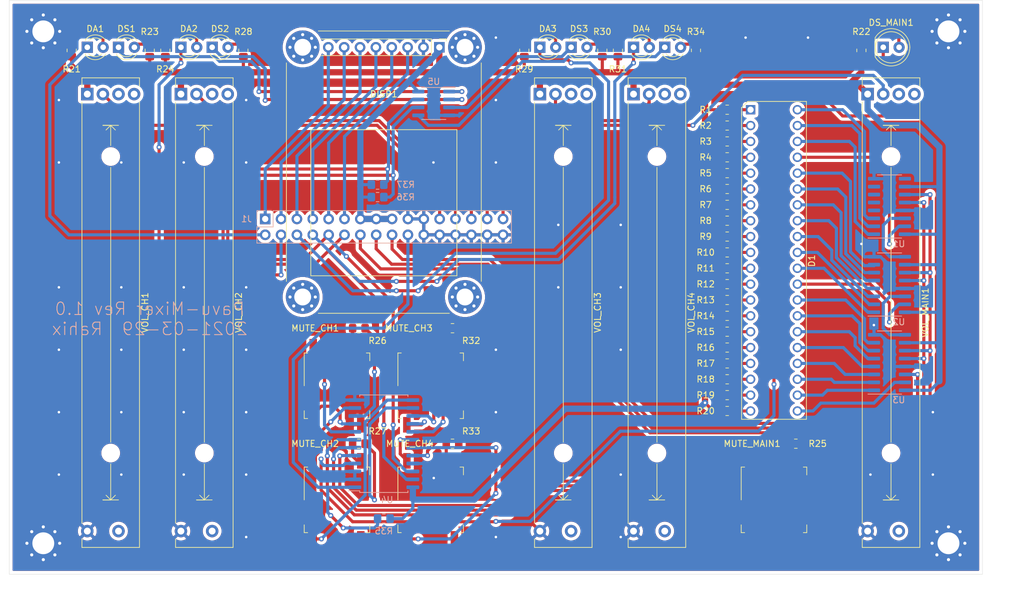
<source format=kicad_pcb>
(kicad_pcb (version 20171130) (host pcbnew 5.1.9)
  (title_block (title Pavu-Mixer) (date 2021-03-29) (rev 1.0))
  (layers (0 F.Cu signal) (31 B.Cu signal) (34 B.Paste user) (35 F.Paste user) (36 B.SilkS user) (37 F.SilkS user) (38 B.Mask user) (39 F.Mask user) (44 Edge.Cuts user))
  (net 0 "")
  (net 1 GND)
  (net 2 "Net-(D1-Pad20)")
  (net 3 "Net-(D1-Pad21)")
  (net 4 "Net-(D1-Pad19)")
  (net 5 "Net-(D1-Pad22)")
  (net 6 "Net-(D1-Pad18)")
  (net 7 "Net-(D1-Pad23)")
  (net 8 "Net-(D1-Pad17)")
  (net 9 "Net-(D1-Pad24)")
  (net 10 "Net-(D1-Pad16)")
  (net 11 "Net-(D1-Pad25)")
  (net 12 "Net-(D1-Pad15)")
  (net 13 "Net-(D1-Pad26)")
  (net 14 "Net-(D1-Pad14)")
  (net 15 "Net-(D1-Pad27)")
  (net 16 "Net-(D1-Pad13)")
  (net 17 "Net-(D1-Pad28)")
  (net 18 "Net-(D1-Pad12)")
  (net 19 "Net-(D1-Pad29)")
  (net 20 "Net-(D1-Pad11)")
  (net 21 "Net-(D1-Pad30)")
  (net 22 "Net-(D1-Pad10)")
  (net 23 "Net-(D1-Pad31)")
  (net 24 "Net-(D1-Pad9)")
  (net 25 "Net-(D1-Pad32)")
  (net 26 "Net-(D1-Pad8)")
  (net 27 "Net-(D1-Pad33)")
  (net 28 "Net-(D1-Pad7)")
  (net 29 "Net-(D1-Pad34)")
  (net 30 "Net-(D1-Pad6)")
  (net 31 "Net-(D1-Pad35)")
  (net 32 "Net-(D1-Pad5)")
  (net 33 "Net-(D1-Pad36)")
  (net 34 "Net-(D1-Pad4)")
  (net 35 "Net-(D1-Pad37)")
  (net 36 "Net-(D1-Pad3)")
  (net 37 "Net-(D1-Pad38)")
  (net 38 "Net-(D1-Pad2)")
  (net 39 "Net-(D1-Pad39)")
  (net 40 "Net-(D1-Pad1)")
  (net 41 "Net-(D1-Pad40)")
  (net 42 "Net-(DA1-Pad2)")
  (net 43 VOL1)
  (net 44 "Net-(DA2-Pad2)")
  (net 45 VOL2)
  (net 46 "Net-(DA3-Pad2)")
  (net 47 VOL3)
  (net 48 "Net-(DA4-Pad2)")
  (net 49 VOL4)
  (net 50 DISP_CLK)
  (net 51 DISP_DIN)
  (net 52 +3V3)
  (net 53 DISP_DC)
  (net 54 DISP_BL)
  (net 55 DISP_CS)
  (net 56 DISP_RST)
  (net 57 "Net-(DS1-Pad2)")
  (net 58 /DESYNC_CH1)
  (net 59 "Net-(DS2-Pad2)")
  (net 60 /DESYNC_CH2)
  (net 61 "Net-(DS3-Pad2)")
  (net 62 /DESYNC_CH3)
  (net 63 "Net-(DS4-Pad2)")
  (net 64 /DESYNC_CH4)
  (net 65 "Net-(DS_MAIN1-Pad2)")
  (net 66 /DESYNC_MAIN)
  (net 67 I2C_SCL)
  (net 68 I2C_SDA)
  (net 69 MAINVOL_RCLK)
  (net 70 MAINVOL_SRCLK)
  (net 71 MAINVOL_SER)
  (net 72 PCA_INT)
  (net 73 MAIN)
  (net 74 CH4)
  (net 75 CH3)
  (net 76 CH2)
  (net 77 CH1)
  (net 78 /MUTE1_LED1)
  (net 79 /MUTE1_BTN)
  (net 80 "Net-(MUTE_CH1-Pad3)")
  (net 81 /MUTE2_LED1)
  (net 82 /MUTE2_BTN)
  (net 83 "Net-(MUTE_CH2-Pad3)")
  (net 84 /MUTE3_LED1)
  (net 85 /MUTE3_BTN)
  (net 86 "Net-(MUTE_CH3-Pad3)")
  (net 87 /MUTE4_LED1)
  (net 88 /MUTE4_BTN)
  (net 89 "Net-(MUTE_CH4-Pad3)")
  (net 90 /MUTE_MAIN_LED1)
  (net 91 /MUTE_MAIN_BTN)
  (net 92 "Net-(MUTE_MAIN1-Pad3)")
  (net 93 /MUTE_MAIN_LED2)
  (net 94 /MUTE1_LED2)
  (net 95 /MUTE2_LED2)
  (net 96 /MUTE3_LED2)
  (net 97 /MUTE4_LED2)
  (net 98 "Net-(U1-Pad14)")
  (net 99 "Net-(U2-Pad14)")
  (module Resistor_SMD:R_0805_2012Metric_Pad1.20x1.40mm_HandSolder (layer B.Cu) (at 129 84.5 180)
    (fp_text reference R37 (at -4.5 0) (layer B.SilkS) (effects (justify mirror)))
    (fp_text value 1k)
    (pad 2 smd roundrect (at 1 0 180) (size 1.2 1.4) (layers B.Cu B.Paste B.Mask) (roundrect_rratio 0.208333) (net 52 +3V3))
    (pad 1 smd roundrect (at -1 0 180) (size 1.2 1.4) (layers B.Cu B.Paste B.Mask) (roundrect_rratio 0.208333) (net 68 I2C_SDA))
  )
  (module Resistor_SMD:R_0805_2012Metric_Pad1.20x1.40mm_HandSolder (layer B.Cu) (at 129 86.5 180)
    (fp_text reference R36 (at -4.5 0) (layer B.SilkS) (effects (justify mirror)))
    (fp_text value 1k)
    (pad 2 smd roundrect (at 1 0 180) (size 1.2 1.4) (layers B.Cu B.Paste B.Mask) (roundrect_rratio 0.208333) (net 52 +3V3))
    (pad 1 smd roundrect (at -1 0 180) (size 1.2 1.4) (layers B.Cu B.Paste B.Mask) (roundrect_rratio 0.208333) (net 67 I2C_SCL))
  )
  (module Resistor_SMD:R_0805_2012Metric_Pad1.20x1.40mm_HandSolder (layer B.Cu) (at 130 138 180)
    (fp_text reference R35 (at 0 -2) (layer B.SilkS) (effects (justify mirror)))
    (fp_text value 10k)
    (pad 2 smd roundrect (at 1 0 180) (size 1.2 1.4) (layers B.Cu B.Paste B.Mask) (roundrect_rratio 0.208333) (net 72 PCA_INT))
    (pad 1 smd roundrect (at -1 0 180) (size 1.2 1.4) (layers B.Cu B.Paste B.Mask) (roundrect_rratio 0.208333) (net 52 +3V3))
  )
  (module Package_SO:SOIC-8_3.9x4.9mm_P1.27mm (layer B.Cu) (at 138 71.5 180)
    (fp_text reference U5 (at 0 3.5) (layer B.SilkS) (effects (justify mirror)))
    (fp_text value PCA9536D)
    (pad 8 smd roundrect (at 2.475 1.905 180) (size 1.95 0.6) (layers B.Cu B.Paste B.Mask) (net 52 +3V3))
    (pad 7 smd roundrect (at 2.475 0.635 180) (size 1.95 0.6) (layers B.Cu B.Paste B.Mask) (net 68 I2C_SDA))
    (pad 6 smd roundrect (at 2.475 -0.635 180) (size 1.95 0.6) (layers B.Cu B.Paste B.Mask) (net 67 I2C_SCL))
    (pad 5 smd roundrect (at 2.475 -1.905 180) (size 1.95 0.6) (layers B.Cu B.Paste B.Mask) (net 64 /DESYNC_CH4))
    (pad 4 smd roundrect (at -2.475 -1.905 180) (size 1.95 0.6) (layers B.Cu B.Paste B.Mask) (net 1 GND))
    (pad 3 smd roundrect (at -2.475 -0.635 180) (size 1.95 0.6) (layers B.Cu B.Paste B.Mask) (net 62 /DESYNC_CH3))
    (pad 2 smd roundrect (at -2.475 0.635 180) (size 1.95 0.6) (layers B.Cu B.Paste B.Mask) (net 60 /DESYNC_CH2))
    (pad 1 smd roundrect (at -2.475 1.905 180) (size 1.95 0.6) (layers B.Cu B.Paste B.Mask) (net 58 /DESYNC_CH1))
  )
  (module Package_SO:SOIC-24W_7.5x15.4mm_P1.27mm (layer B.Cu) (at 130 126)
    (fp_text reference U4 (at 0.5 9) (layer B.SilkS) (effects (justify mirror)))
    (fp_text value PCA9555D)
    (pad 24 smd roundrect (at 4.65 6.985) (size 2.05 0.6) (layers B.Cu B.Paste B.Mask) (net 52 +3V3))
    (pad 23 smd roundrect (at 4.65 5.715) (size 2.05 0.6) (layers B.Cu B.Paste B.Mask) (net 68 I2C_SDA))
    (pad 22 smd roundrect (at 4.65 4.445) (size 2.05 0.6) (layers B.Cu B.Paste B.Mask) (net 67 I2C_SCL))
    (pad 21 smd roundrect (at 4.65 3.175) (size 2.05 0.6) (layers B.Cu B.Paste B.Mask) (net 1 GND))
    (pad 20 smd roundrect (at 4.65 1.905) (size 2.05 0.6) (layers B.Cu B.Paste B.Mask) (net 97 /MUTE4_LED2))
    (pad 19 smd roundrect (at 4.65 0.635) (size 2.05 0.6) (layers B.Cu B.Paste B.Mask) (net 87 /MUTE4_LED1))
    (pad 18 smd roundrect (at 4.65 -0.635) (size 2.05 0.6) (layers B.Cu B.Paste B.Mask) (net 88 /MUTE4_BTN))
    (pad 17 smd roundrect (at 4.65 -1.905) (size 2.05 0.6) (layers B.Cu B.Paste B.Mask) (net 96 /MUTE3_LED2))
    (pad 16 smd roundrect (at 4.65 -3.175) (size 2.05 0.6) (layers B.Cu B.Paste B.Mask) (net 84 /MUTE3_LED1))
    (pad 15 smd roundrect (at 4.65 -4.445) (size 2.05 0.6) (layers B.Cu B.Paste B.Mask) (net 85 /MUTE3_BTN))
    (pad 14 smd roundrect (at 4.65 -5.715) (size 2.05 0.6) (layers B.Cu B.Paste B.Mask) (net 95 /MUTE2_LED2))
    (pad 13 smd roundrect (at 4.65 -6.985) (size 2.05 0.6) (layers B.Cu B.Paste B.Mask) (net 81 /MUTE2_LED1))
    (pad 12 smd roundrect (at -4.65 -6.985) (size 2.05 0.6) (layers B.Cu B.Paste B.Mask) (net 1 GND))
    (pad 11 smd roundrect (at -4.65 -5.715) (size 2.05 0.6) (layers B.Cu B.Paste B.Mask) (net 82 /MUTE2_BTN))
    (pad 10 smd roundrect (at -4.65 -4.445) (size 2.05 0.6) (layers B.Cu B.Paste B.Mask) (net 94 /MUTE1_LED2))
    (pad 9 smd roundrect (at -4.65 -3.175) (size 2.05 0.6) (layers B.Cu B.Paste B.Mask) (net 78 /MUTE1_LED1))
    (pad 8 smd roundrect (at -4.65 -1.905) (size 2.05 0.6) (layers B.Cu B.Paste B.Mask) (net 79 /MUTE1_BTN))
    (pad 7 smd roundrect (at -4.65 -0.635) (size 2.05 0.6) (layers B.Cu B.Paste B.Mask) (net 93 /MUTE_MAIN_LED2))
    (pad 6 smd roundrect (at -4.65 0.635) (size 2.05 0.6) (layers B.Cu B.Paste B.Mask) (net 90 /MUTE_MAIN_LED1))
    (pad 5 smd roundrect (at -4.65 1.905) (size 2.05 0.6) (layers B.Cu B.Paste B.Mask) (net 91 /MUTE_MAIN_BTN))
    (pad 4 smd roundrect (at -4.65 3.175) (size 2.05 0.6) (layers B.Cu B.Paste B.Mask) (net 66 /DESYNC_MAIN))
    (pad 3 smd roundrect (at -4.65 4.445) (size 2.05 0.6) (layers B.Cu B.Paste B.Mask) (net 1 GND))
    (pad 2 smd roundrect (at -4.65 5.715) (size 2.05 0.6) (layers B.Cu B.Paste B.Mask) (net 1 GND))
    (pad 1 smd roundrect (at -4.65 6.985) (size 2.05 0.6) (layers B.Cu B.Paste B.Mask) (net 72 PCA_INT))
  )
  (module Package_SO:SOIC-16_3.9x9.9mm_P1.27mm (layer B.Cu) (at 211 113)
    (fp_text reference U3 (at 1.5 6) (layer B.SilkS) (effects (justify mirror)))
    (fp_text value 74HC595)
    (pad 16 smd roundrect (at 2.475 4.445) (size 1.95 0.6) (layers B.Cu B.Paste B.Mask) (net 52 +3V3))
    (pad 15 smd roundrect (at 2.475 3.175) (size 1.95 0.6) (layers B.Cu B.Paste B.Mask) (net 3 "Net-(D1-Pad21)"))
    (pad 14 smd roundrect (at 2.475 1.905) (size 1.95 0.6) (layers B.Cu B.Paste B.Mask) (net 71 MAINVOL_SER))
    (pad 13 smd roundrect (at 2.475 0.635) (size 1.95 0.6) (layers B.Cu B.Paste B.Mask) (net 1 GND))
    (pad 12 smd roundrect (at 2.475 -0.635) (size 1.95 0.6) (layers B.Cu B.Paste B.Mask) (net 69 MAINVOL_RCLK))
    (pad 11 smd roundrect (at 2.475 -1.905) (size 1.95 0.6) (layers B.Cu B.Paste B.Mask) (net 70 MAINVOL_SRCLK))
    (pad 10 smd roundrect (at 2.475 -3.175) (size 1.95 0.6) (layers B.Cu B.Paste B.Mask) (net 52 +3V3))
    (pad 9 smd roundrect (at 2.475 -4.445) (size 1.95 0.6) (layers B.Cu B.Paste B.Mask) (net 99 "Net-(U2-Pad14)"))
    (pad 8 smd roundrect (at -2.475 -4.445) (size 1.95 0.6) (layers B.Cu B.Paste B.Mask) (net 1 GND))
    (pad 7 smd roundrect (at -2.475 -3.175) (size 1.95 0.6) (layers B.Cu B.Paste B.Mask) (net 17 "Net-(D1-Pad28)"))
    (pad 6 smd roundrect (at -2.475 -1.905) (size 1.95 0.6) (layers B.Cu B.Paste B.Mask) (net 15 "Net-(D1-Pad27)"))
    (pad 5 smd roundrect (at -2.475 -0.635) (size 1.95 0.6) (layers B.Cu B.Paste B.Mask) (net 13 "Net-(D1-Pad26)"))
    (pad 4 smd roundrect (at -2.475 0.635) (size 1.95 0.6) (layers B.Cu B.Paste B.Mask) (net 11 "Net-(D1-Pad25)"))
    (pad 3 smd roundrect (at -2.475 1.905) (size 1.95 0.6) (layers B.Cu B.Paste B.Mask) (net 9 "Net-(D1-Pad24)"))
    (pad 2 smd roundrect (at -2.475 3.175) (size 1.95 0.6) (layers B.Cu B.Paste B.Mask) (net 7 "Net-(D1-Pad23)"))
    (pad 1 smd roundrect (at -2.475 4.445) (size 1.95 0.6) (layers B.Cu B.Paste B.Mask) (net 5 "Net-(D1-Pad22)"))
  )
  (module Package_SO:SOIC-16_3.9x9.9mm_P1.27mm (layer B.Cu) (at 211 100.5)
    (fp_text reference U2 (at 1.5 6) (layer B.SilkS) (effects (justify mirror)))
    (fp_text value 74HC595)
    (pad 16 smd roundrect (at 2.475 4.445) (size 1.95 0.6) (layers B.Cu B.Paste B.Mask) (net 52 +3V3))
    (pad 15 smd roundrect (at 2.475 3.175) (size 1.95 0.6) (layers B.Cu B.Paste B.Mask) (net 19 "Net-(D1-Pad29)"))
    (pad 14 smd roundrect (at 2.475 1.905) (size 1.95 0.6) (layers B.Cu B.Paste B.Mask) (net 99 "Net-(U2-Pad14)"))
    (pad 13 smd roundrect (at 2.475 0.635) (size 1.95 0.6) (layers B.Cu B.Paste B.Mask) (net 1 GND))
    (pad 12 smd roundrect (at 2.475 -0.635) (size 1.95 0.6) (layers B.Cu B.Paste B.Mask) (net 69 MAINVOL_RCLK))
    (pad 11 smd roundrect (at 2.475 -1.905) (size 1.95 0.6) (layers B.Cu B.Paste B.Mask) (net 70 MAINVOL_SRCLK))
    (pad 10 smd roundrect (at 2.475 -3.175) (size 1.95 0.6) (layers B.Cu B.Paste B.Mask) (net 52 +3V3))
    (pad 9 smd roundrect (at 2.475 -4.445) (size 1.95 0.6) (layers B.Cu B.Paste B.Mask) (net 98 "Net-(U1-Pad14)"))
    (pad 8 smd roundrect (at -2.475 -4.445) (size 1.95 0.6) (layers B.Cu B.Paste B.Mask) (net 1 GND))
    (pad 7 smd roundrect (at -2.475 -3.175) (size 1.95 0.6) (layers B.Cu B.Paste B.Mask) (net 33 "Net-(D1-Pad36)"))
    (pad 6 smd roundrect (at -2.475 -1.905) (size 1.95 0.6) (layers B.Cu B.Paste B.Mask) (net 31 "Net-(D1-Pad35)"))
    (pad 5 smd roundrect (at -2.475 -0.635) (size 1.95 0.6) (layers B.Cu B.Paste B.Mask) (net 29 "Net-(D1-Pad34)"))
    (pad 4 smd roundrect (at -2.475 0.635) (size 1.95 0.6) (layers B.Cu B.Paste B.Mask) (net 27 "Net-(D1-Pad33)"))
    (pad 3 smd roundrect (at -2.475 1.905) (size 1.95 0.6) (layers B.Cu B.Paste B.Mask) (net 25 "Net-(D1-Pad32)"))
    (pad 2 smd roundrect (at -2.475 3.175) (size 1.95 0.6) (layers B.Cu B.Paste B.Mask) (net 23 "Net-(D1-Pad31)"))
    (pad 1 smd roundrect (at -2.475 4.445) (size 1.95 0.6) (layers B.Cu B.Paste B.Mask) (net 21 "Net-(D1-Pad30)"))
  )
  (module Package_SO:SOIC-16_3.9x9.9mm_P1.27mm (layer B.Cu) (at 211 88)
    (fp_text reference U1 (at 1.5 6) (layer B.SilkS) (effects (justify mirror)))
    (fp_text value 74HC595)
    (pad 16 smd roundrect (at 2.475 4.445) (size 1.95 0.6) (layers B.Cu B.Paste B.Mask) (net 52 +3V3))
    (pad 15 smd roundrect (at 2.475 3.175) (size 1.95 0.6) (layers B.Cu B.Paste B.Mask) (net 35 "Net-(D1-Pad37)"))
    (pad 14 smd roundrect (at 2.475 1.905) (size 1.95 0.6) (layers B.Cu B.Paste B.Mask) (net 98 "Net-(U1-Pad14)"))
    (pad 13 smd roundrect (at 2.475 0.635) (size 1.95 0.6) (layers B.Cu B.Paste B.Mask) (net 1 GND))
    (pad 12 smd roundrect (at 2.475 -0.635) (size 1.95 0.6) (layers B.Cu B.Paste B.Mask) (net 69 MAINVOL_RCLK))
    (pad 11 smd roundrect (at 2.475 -1.905) (size 1.95 0.6) (layers B.Cu B.Paste B.Mask) (net 70 MAINVOL_SRCLK))
    (pad 10 smd roundrect (at 2.475 -3.175) (size 1.95 0.6) (layers B.Cu B.Paste B.Mask) (net 52 +3V3))
    (pad 9 smd roundrect (at 2.475 -4.445) (size 1.95 0.6) (layers B.Cu B.Paste B.Mask))
    (pad 8 smd roundrect (at -2.475 -4.445) (size 1.95 0.6) (layers B.Cu B.Paste B.Mask) (net 1 GND))
    (pad 7 smd roundrect (at -2.475 -3.175) (size 1.95 0.6) (layers B.Cu B.Paste B.Mask))
    (pad 6 smd roundrect (at -2.475 -1.905) (size 1.95 0.6) (layers B.Cu B.Paste B.Mask))
    (pad 5 smd roundrect (at -2.475 -0.635) (size 1.95 0.6) (layers B.Cu B.Paste B.Mask))
    (pad 4 smd roundrect (at -2.475 0.635) (size 1.95 0.6) (layers B.Cu B.Paste B.Mask))
    (pad 3 smd roundrect (at -2.475 1.905) (size 1.95 0.6) (layers B.Cu B.Paste B.Mask) (net 41 "Net-(D1-Pad40)"))
    (pad 2 smd roundrect (at -2.475 3.175) (size 1.95 0.6) (layers B.Cu B.Paste B.Mask) (net 39 "Net-(D1-Pad39)"))
    (pad 1 smd roundrect (at -2.475 4.445) (size 1.95 0.6) (layers B.Cu B.Paste B.Mask) (net 37 "Net-(D1-Pad38)"))
  )
  (module Resistor_SMD:R_0805_2012Metric_Pad1.20x1.40mm_HandSolder (layer F.Cu) (at 180 63 270)
    (fp_text reference R34 (at -3 0 180) (layer F.SilkS))
    (fp_text value 100)
    (pad 2 smd roundrect (at 1 0 270) (size 1.2 1.4) (layers F.Cu F.Paste F.Mask) (roundrect_rratio 0.208333) (net 52 +3V3))
    (pad 1 smd roundrect (at -1 0 270) (size 1.2 1.4) (layers F.Cu F.Paste F.Mask) (roundrect_rratio 0.208333) (net 63 "Net-(DS4-Pad2)"))
  )
  (module Resistor_SMD:R_0805_2012Metric_Pad1.20x1.40mm_HandSolder (layer F.Cu) (at 141 126)
    (fp_text reference R33 (at 3 -2) (layer F.SilkS))
    (fp_text value 100)
    (pad 2 smd roundrect (at 1 0) (size 1.2 1.4) (layers F.Cu F.Paste F.Mask) (roundrect_rratio 0.208333) (net 97 /MUTE4_LED2))
    (pad 1 smd roundrect (at -1 0) (size 1.2 1.4) (layers F.Cu F.Paste F.Mask) (roundrect_rratio 0.208333) (net 89 "Net-(MUTE_CH4-Pad3)"))
  )
  (module Resistor_SMD:R_0805_2012Metric_Pad1.20x1.40mm_HandSolder (layer F.Cu) (at 141 107.5)
    (fp_text reference R32 (at 3 2) (layer F.SilkS))
    (fp_text value 100)
    (pad 2 smd roundrect (at 1 0) (size 1.2 1.4) (layers F.Cu F.Paste F.Mask) (roundrect_rratio 0.208333) (net 96 /MUTE3_LED2))
    (pad 1 smd roundrect (at -1 0) (size 1.2 1.4) (layers F.Cu F.Paste F.Mask) (roundrect_rratio 0.208333) (net 86 "Net-(MUTE_CH3-Pad3)"))
  )
  (module Resistor_SMD:R_0805_2012Metric_Pad1.20x1.40mm_HandSolder (layer F.Cu) (at 167.5 63 270)
    (fp_text reference R31 (at 3 0 180) (layer F.SilkS))
    (fp_text value 100)
    (pad 2 smd roundrect (at 1 0 270) (size 1.2 1.4) (layers F.Cu F.Paste F.Mask) (roundrect_rratio 0.208333) (net 52 +3V3))
    (pad 1 smd roundrect (at -1 0 270) (size 1.2 1.4) (layers F.Cu F.Paste F.Mask) (roundrect_rratio 0.208333) (net 48 "Net-(DA4-Pad2)"))
  )
  (module Resistor_SMD:R_0805_2012Metric_Pad1.20x1.40mm_HandSolder (layer F.Cu) (at 165 63 270)
    (fp_text reference R30 (at -3 0 180) (layer F.SilkS))
    (fp_text value 100)
    (pad 2 smd roundrect (at 1 0 270) (size 1.2 1.4) (layers F.Cu F.Paste F.Mask) (roundrect_rratio 0.208333) (net 52 +3V3))
    (pad 1 smd roundrect (at -1 0 270) (size 1.2 1.4) (layers F.Cu F.Paste F.Mask) (roundrect_rratio 0.208333) (net 61 "Net-(DS3-Pad2)"))
  )
  (module Resistor_SMD:R_0805_2012Metric_Pad1.20x1.40mm_HandSolder (layer F.Cu) (at 152.5 63 270)
    (fp_text reference R29 (at 3 0 180) (layer F.SilkS))
    (fp_text value 100)
    (pad 2 smd roundrect (at 1 0 270) (size 1.2 1.4) (layers F.Cu F.Paste F.Mask) (roundrect_rratio 0.208333) (net 52 +3V3))
    (pad 1 smd roundrect (at -1 0 270) (size 1.2 1.4) (layers F.Cu F.Paste F.Mask) (roundrect_rratio 0.208333) (net 46 "Net-(DA3-Pad2)"))
  )
  (module Resistor_SMD:R_0805_2012Metric_Pad1.20x1.40mm_HandSolder (layer F.Cu) (at 107.5 63 270)
    (fp_text reference R28 (at -3 0 180) (layer F.SilkS))
    (fp_text value 100)
    (pad 2 smd roundrect (at 1 0 270) (size 1.2 1.4) (layers F.Cu F.Paste F.Mask) (roundrect_rratio 0.208333) (net 52 +3V3))
    (pad 1 smd roundrect (at -1 0 270) (size 1.2 1.4) (layers F.Cu F.Paste F.Mask) (roundrect_rratio 0.208333) (net 59 "Net-(DS2-Pad2)"))
  )
  (module Resistor_SMD:R_0805_2012Metric_Pad1.20x1.40mm_HandSolder (layer F.Cu) (at 126 126)
    (fp_text reference R27 (at 3 -2) (layer F.SilkS))
    (fp_text value 100)
    (pad 2 smd roundrect (at 1 0) (size 1.2 1.4) (layers F.Cu F.Paste F.Mask) (roundrect_rratio 0.208333) (net 95 /MUTE2_LED2))
    (pad 1 smd roundrect (at -1 0) (size 1.2 1.4) (layers F.Cu F.Paste F.Mask) (roundrect_rratio 0.208333) (net 83 "Net-(MUTE_CH2-Pad3)"))
  )
  (module Resistor_SMD:R_0805_2012Metric_Pad1.20x1.40mm_HandSolder (layer F.Cu) (at 126 107.5)
    (fp_text reference R26 (at 3 2) (layer F.SilkS))
    (fp_text value 100)
    (pad 2 smd roundrect (at 1 0) (size 1.2 1.4) (layers F.Cu F.Paste F.Mask) (roundrect_rratio 0.208333) (net 94 /MUTE1_LED2))
    (pad 1 smd roundrect (at -1 0) (size 1.2 1.4) (layers F.Cu F.Paste F.Mask) (roundrect_rratio 0.208333) (net 80 "Net-(MUTE_CH1-Pad3)"))
  )
  (module Resistor_SMD:R_0805_2012Metric_Pad1.20x1.40mm_HandSolder (layer F.Cu) (at 196 126)
    (fp_text reference R25 (at 3.5 0) (layer F.SilkS))
    (fp_text value 100)
    (pad 2 smd roundrect (at 1 0) (size 1.2 1.4) (layers F.Cu F.Paste F.Mask) (roundrect_rratio 0.208333) (net 93 /MUTE_MAIN_LED2))
    (pad 1 smd roundrect (at -1 0) (size 1.2 1.4) (layers F.Cu F.Paste F.Mask) (roundrect_rratio 0.208333) (net 92 "Net-(MUTE_MAIN1-Pad3)"))
  )
  (module Resistor_SMD:R_0805_2012Metric_Pad1.20x1.40mm_HandSolder (layer F.Cu) (at 95 63 270)
    (fp_text reference R24 (at 3 0 180) (layer F.SilkS))
    (fp_text value 100)
    (pad 2 smd roundrect (at 1 0 270) (size 1.2 1.4) (layers F.Cu F.Paste F.Mask) (roundrect_rratio 0.208333) (net 52 +3V3))
    (pad 1 smd roundrect (at -1 0 270) (size 1.2 1.4) (layers F.Cu F.Paste F.Mask) (roundrect_rratio 0.208333) (net 44 "Net-(DA2-Pad2)"))
  )
  (module Resistor_SMD:R_0805_2012Metric_Pad1.20x1.40mm_HandSolder (layer F.Cu) (at 92.5 63 270)
    (fp_text reference R23 (at -3 0 180) (layer F.SilkS))
    (fp_text value 100)
    (pad 2 smd roundrect (at 1 0 270) (size 1.2 1.4) (layers F.Cu F.Paste F.Mask) (roundrect_rratio 0.208333) (net 52 +3V3))
    (pad 1 smd roundrect (at -1 0 270) (size 1.2 1.4) (layers F.Cu F.Paste F.Mask) (roundrect_rratio 0.208333) (net 57 "Net-(DS1-Pad2)"))
  )
  (module Resistor_SMD:R_0805_2012Metric_Pad1.20x1.40mm_HandSolder (layer F.Cu) (at 206.5 63 270)
    (fp_text reference R22 (at -3 0 180) (layer F.SilkS))
    (fp_text value 100)
    (pad 2 smd roundrect (at 1 0 270) (size 1.2 1.4) (layers F.Cu F.Paste F.Mask) (roundrect_rratio 0.208333) (net 52 +3V3))
    (pad 1 smd roundrect (at -1 0 270) (size 1.2 1.4) (layers F.Cu F.Paste F.Mask) (roundrect_rratio 0.208333) (net 65 "Net-(DS_MAIN1-Pad2)"))
  )
  (module Resistor_SMD:R_0805_2012Metric_Pad1.20x1.40mm_HandSolder (layer F.Cu) (at 80 63 270)
    (fp_text reference R21 (at 3 0 180) (layer F.SilkS))
    (fp_text value 100)
    (pad 2 smd roundrect (at 1 0 270) (size 1.2 1.4) (layers F.Cu F.Paste F.Mask) (roundrect_rratio 0.208333) (net 52 +3V3))
    (pad 1 smd roundrect (at -1 0 270) (size 1.2 1.4) (layers F.Cu F.Paste F.Mask) (roundrect_rratio 0.208333) (net 42 "Net-(DA1-Pad2)"))
  )
  (module Resistor_SMD:R_0805_2012Metric_Pad1.20x1.40mm_HandSolder (layer F.Cu) (at 185 120.76 180)
    (fp_text reference R20 (at 3.445 0) (layer F.SilkS))
    (fp_text value 100)
    (pad 2 smd roundrect (at 1 0 180) (size 1.2 1.4) (layers F.Cu F.Paste F.Mask) (roundrect_rratio 0.208333) (net 52 +3V3))
    (pad 1 smd roundrect (at -1 0 180) (size 1.2 1.4) (layers F.Cu F.Paste F.Mask) (roundrect_rratio 0.208333) (net 2 "Net-(D1-Pad20)"))
  )
  (module Resistor_SMD:R_0805_2012Metric_Pad1.20x1.40mm_HandSolder (layer F.Cu) (at 185 118.22 180)
    (fp_text reference R19 (at 3.445 0) (layer F.SilkS))
    (fp_text value 100)
    (pad 2 smd roundrect (at 1 0 180) (size 1.2 1.4) (layers F.Cu F.Paste F.Mask) (roundrect_rratio 0.208333) (net 52 +3V3))
    (pad 1 smd roundrect (at -1 0 180) (size 1.2 1.4) (layers F.Cu F.Paste F.Mask) (roundrect_rratio 0.208333) (net 4 "Net-(D1-Pad19)"))
  )
  (module Resistor_SMD:R_0805_2012Metric_Pad1.20x1.40mm_HandSolder (layer F.Cu) (at 185 115.68 180)
    (fp_text reference R18 (at 3.445 0) (layer F.SilkS))
    (fp_text value 100)
    (pad 2 smd roundrect (at 1 0 180) (size 1.2 1.4) (layers F.Cu F.Paste F.Mask) (roundrect_rratio 0.208333) (net 52 +3V3))
    (pad 1 smd roundrect (at -1 0 180) (size 1.2 1.4) (layers F.Cu F.Paste F.Mask) (roundrect_rratio 0.208333) (net 6 "Net-(D1-Pad18)"))
  )
  (module Resistor_SMD:R_0805_2012Metric_Pad1.20x1.40mm_HandSolder (layer F.Cu) (at 185 113.14 180)
    (fp_text reference R17 (at 3.445 0) (layer F.SilkS))
    (fp_text value 100)
    (pad 2 smd roundrect (at 1 0 180) (size 1.2 1.4) (layers F.Cu F.Paste F.Mask) (roundrect_rratio 0.208333) (net 52 +3V3))
    (pad 1 smd roundrect (at -1 0 180) (size 1.2 1.4) (layers F.Cu F.Paste F.Mask) (roundrect_rratio 0.208333) (net 8 "Net-(D1-Pad17)"))
  )
  (module Resistor_SMD:R_0805_2012Metric_Pad1.20x1.40mm_HandSolder (layer F.Cu) (at 185 110.6 180)
    (fp_text reference R16 (at 3.445 0) (layer F.SilkS))
    (fp_text value 100)
    (pad 2 smd roundrect (at 1 0 180) (size 1.2 1.4) (layers F.Cu F.Paste F.Mask) (roundrect_rratio 0.208333) (net 52 +3V3))
    (pad 1 smd roundrect (at -1 0 180) (size 1.2 1.4) (layers F.Cu F.Paste F.Mask) (roundrect_rratio 0.208333) (net 10 "Net-(D1-Pad16)"))
  )
  (module Resistor_SMD:R_0805_2012Metric_Pad1.20x1.40mm_HandSolder (layer F.Cu) (at 185 108.06 180)
    (fp_text reference R15 (at 3.445 0) (layer F.SilkS))
    (fp_text value 100)
    (pad 2 smd roundrect (at 1 0 180) (size 1.2 1.4) (layers F.Cu F.Paste F.Mask) (roundrect_rratio 0.208333) (net 52 +3V3))
    (pad 1 smd roundrect (at -1 0 180) (size 1.2 1.4) (layers F.Cu F.Paste F.Mask) (roundrect_rratio 0.208333) (net 12 "Net-(D1-Pad15)"))
  )
  (module Resistor_SMD:R_0805_2012Metric_Pad1.20x1.40mm_HandSolder (layer F.Cu) (at 185 105.52 180)
    (fp_text reference R14 (at 3.445 0) (layer F.SilkS))
    (fp_text value 100)
    (pad 2 smd roundrect (at 1 0 180) (size 1.2 1.4) (layers F.Cu F.Paste F.Mask) (roundrect_rratio 0.208333) (net 52 +3V3))
    (pad 1 smd roundrect (at -1 0 180) (size 1.2 1.4) (layers F.Cu F.Paste F.Mask) (roundrect_rratio 0.208333) (net 14 "Net-(D1-Pad14)"))
  )
  (module Resistor_SMD:R_0805_2012Metric_Pad1.20x1.40mm_HandSolder (layer F.Cu) (at 185 102.98 180)
    (fp_text reference R13 (at 3.445 0) (layer F.SilkS))
    (fp_text value 100)
    (pad 2 smd roundrect (at 1 0 180) (size 1.2 1.4) (layers F.Cu F.Paste F.Mask) (roundrect_rratio 0.208333) (net 52 +3V3))
    (pad 1 smd roundrect (at -1 0 180) (size 1.2 1.4) (layers F.Cu F.Paste F.Mask) (roundrect_rratio 0.208333) (net 16 "Net-(D1-Pad13)"))
  )
  (module Resistor_SMD:R_0805_2012Metric_Pad1.20x1.40mm_HandSolder (layer F.Cu) (at 185 100.44 180)
    (fp_text reference R12 (at 3.445 0) (layer F.SilkS))
    (fp_text value 100)
    (pad 2 smd roundrect (at 1 0 180) (size 1.2 1.4) (layers F.Cu F.Paste F.Mask) (roundrect_rratio 0.208333) (net 52 +3V3))
    (pad 1 smd roundrect (at -1 0 180) (size 1.2 1.4) (layers F.Cu F.Paste F.Mask) (roundrect_rratio 0.208333) (net 18 "Net-(D1-Pad12)"))
  )
  (module Resistor_SMD:R_0805_2012Metric_Pad1.20x1.40mm_HandSolder (layer F.Cu) (at 185 97.9 180)
    (fp_text reference R11 (at 3.445 0) (layer F.SilkS))
    (fp_text value 100)
    (pad 2 smd roundrect (at 1 0 180) (size 1.2 1.4) (layers F.Cu F.Paste F.Mask) (roundrect_rratio 0.208333) (net 52 +3V3))
    (pad 1 smd roundrect (at -1 0 180) (size 1.2 1.4) (layers F.Cu F.Paste F.Mask) (roundrect_rratio 0.208333) (net 20 "Net-(D1-Pad11)"))
  )
  (module Resistor_SMD:R_0805_2012Metric_Pad1.20x1.40mm_HandSolder (layer F.Cu) (at 185 95.36 180)
    (fp_text reference R10 (at 3.445 0) (layer F.SilkS))
    (fp_text value 100)
    (pad 2 smd roundrect (at 1 0 180) (size 1.2 1.4) (layers F.Cu F.Paste F.Mask) (roundrect_rratio 0.208333) (net 52 +3V3))
    (pad 1 smd roundrect (at -1 0 180) (size 1.2 1.4) (layers F.Cu F.Paste F.Mask) (roundrect_rratio 0.208333) (net 22 "Net-(D1-Pad10)"))
  )
  (module Resistor_SMD:R_0805_2012Metric_Pad1.20x1.40mm_HandSolder (layer F.Cu) (at 185 92.82 180)
    (fp_text reference R9 (at 3.445 0) (layer F.SilkS))
    (fp_text value 100)
    (pad 2 smd roundrect (at 1 0 180) (size 1.2 1.4) (layers F.Cu F.Paste F.Mask) (roundrect_rratio 0.208333) (net 52 +3V3))
    (pad 1 smd roundrect (at -1 0 180) (size 1.2 1.4) (layers F.Cu F.Paste F.Mask) (roundrect_rratio 0.208333) (net 24 "Net-(D1-Pad9)"))
  )
  (module Resistor_SMD:R_0805_2012Metric_Pad1.20x1.40mm_HandSolder (layer F.Cu) (at 185 90.28 180)
    (fp_text reference R8 (at 3.445 0) (layer F.SilkS))
    (fp_text value 100)
    (pad 2 smd roundrect (at 1 0 180) (size 1.2 1.4) (layers F.Cu F.Paste F.Mask) (roundrect_rratio 0.208333) (net 52 +3V3))
    (pad 1 smd roundrect (at -1 0 180) (size 1.2 1.4) (layers F.Cu F.Paste F.Mask) (roundrect_rratio 0.208333) (net 26 "Net-(D1-Pad8)"))
  )
  (module Resistor_SMD:R_0805_2012Metric_Pad1.20x1.40mm_HandSolder (layer F.Cu) (at 185 87.74 180)
    (fp_text reference R7 (at 3.445 0) (layer F.SilkS))
    (fp_text value 100)
    (pad 2 smd roundrect (at 1 0 180) (size 1.2 1.4) (layers F.Cu F.Paste F.Mask) (roundrect_rratio 0.208333) (net 52 +3V3))
    (pad 1 smd roundrect (at -1 0 180) (size 1.2 1.4) (layers F.Cu F.Paste F.Mask) (roundrect_rratio 0.208333) (net 28 "Net-(D1-Pad7)"))
  )
  (module Resistor_SMD:R_0805_2012Metric_Pad1.20x1.40mm_HandSolder (layer F.Cu) (at 185 85.2 180)
    (fp_text reference R6 (at 3.445 0) (layer F.SilkS))
    (fp_text value 100)
    (pad 2 smd roundrect (at 1 0 180) (size 1.2 1.4) (layers F.Cu F.Paste F.Mask) (roundrect_rratio 0.208333) (net 52 +3V3))
    (pad 1 smd roundrect (at -1 0 180) (size 1.2 1.4) (layers F.Cu F.Paste F.Mask) (roundrect_rratio 0.208333) (net 30 "Net-(D1-Pad6)"))
  )
  (module Resistor_SMD:R_0805_2012Metric_Pad1.20x1.40mm_HandSolder (layer F.Cu) (at 185 82.66 180)
    (fp_text reference R5 (at 3.445 0) (layer F.SilkS))
    (fp_text value 100)
    (pad 2 smd roundrect (at 1 0 180) (size 1.2 1.4) (layers F.Cu F.Paste F.Mask) (roundrect_rratio 0.208333) (net 52 +3V3))
    (pad 1 smd roundrect (at -1 0 180) (size 1.2 1.4) (layers F.Cu F.Paste F.Mask) (roundrect_rratio 0.208333) (net 32 "Net-(D1-Pad5)"))
  )
  (module Resistor_SMD:R_0805_2012Metric_Pad1.20x1.40mm_HandSolder (layer F.Cu) (at 185 80.12 180)
    (fp_text reference R4 (at 3.445 0) (layer F.SilkS))
    (fp_text value 100)
    (pad 2 smd roundrect (at 1 0 180) (size 1.2 1.4) (layers F.Cu F.Paste F.Mask) (roundrect_rratio 0.208333) (net 52 +3V3))
    (pad 1 smd roundrect (at -1 0 180) (size 1.2 1.4) (layers F.Cu F.Paste F.Mask) (roundrect_rratio 0.208333) (net 34 "Net-(D1-Pad4)"))
  )
  (module Resistor_SMD:R_0805_2012Metric_Pad1.20x1.40mm_HandSolder (layer F.Cu) (at 185 77.58 180)
    (fp_text reference R3 (at 3.445 0) (layer F.SilkS))
    (fp_text value 100)
    (pad 2 smd roundrect (at 1 0 180) (size 1.2 1.4) (layers F.Cu F.Paste F.Mask) (roundrect_rratio 0.208333) (net 52 +3V3))
    (pad 1 smd roundrect (at -1 0 180) (size 1.2 1.4) (layers F.Cu F.Paste F.Mask) (roundrect_rratio 0.208333) (net 36 "Net-(D1-Pad3)"))
  )
  (module Resistor_SMD:R_0805_2012Metric_Pad1.20x1.40mm_HandSolder (layer F.Cu) (at 185 75.04 180)
    (fp_text reference R2 (at 3.445 0) (layer F.SilkS))
    (fp_text value 100)
    (pad 2 smd roundrect (at 1 0 180) (size 1.2 1.4) (layers F.Cu F.Paste F.Mask) (roundrect_rratio 0.208333) (net 52 +3V3))
    (pad 1 smd roundrect (at -1 0 180) (size 1.2 1.4) (layers F.Cu F.Paste F.Mask) (roundrect_rratio 0.208333) (net 38 "Net-(D1-Pad2)"))
  )
  (module Resistor_SMD:R_0805_2012Metric_Pad1.20x1.40mm_HandSolder (layer F.Cu) (at 185 72.5 180)
    (fp_text reference R1 (at 3.445 0) (layer F.SilkS))
    (fp_text value 100)
    (pad 2 smd roundrect (at 1 0 180) (size 1.2 1.4) (layers F.Cu F.Paste F.Mask) (roundrect_rratio 0.208333) (net 52 +3V3))
    (pad 1 smd roundrect (at -1 0 180) (size 1.2 1.4) (layers F.Cu F.Paste F.Mask) (roundrect_rratio 0.208333) (net 40 "Net-(D1-Pad1)"))
  )
  (module Connector_PinHeader_2.54mm:PinHeader_2x16_P2.54mm_Vertical (layer B.Cu) (at 111 90 270)
    (fp_text reference J1 (at 0 3 180) (layer B.SilkS) (effects (justify mirror)))
    (fp_text value Conn_02x16_Odd_Even)
    (pad 32 thru_hole oval (at 2.54 -38.1 270) (size 1.7 1.7) (drill 1) (layers *.Cu *.Mask) (net 1 GND))
    (pad 31 thru_hole oval (at 0 -38.1 270) (size 1.7 1.7) (drill 1) (layers *.Cu *.Mask) (net 73 MAIN))
    (pad 30 thru_hole oval (at 2.54 -35.56 270) (size 1.7 1.7) (drill 1) (layers *.Cu *.Mask) (net 1 GND))
    (pad 29 thru_hole oval (at 0 -35.56 270) (size 1.7 1.7) (drill 1) (layers *.Cu *.Mask) (net 74 CH4))
    (pad 28 thru_hole oval (at 2.54 -33.02 270) (size 1.7 1.7) (drill 1) (layers *.Cu *.Mask) (net 1 GND))
    (pad 27 thru_hole oval (at 0 -33.02 270) (size 1.7 1.7) (drill 1) (layers *.Cu *.Mask) (net 75 CH3))
    (pad 26 thru_hole oval (at 2.54 -30.48 270) (size 1.7 1.7) (drill 1) (layers *.Cu *.Mask) (net 1 GND))
    (pad 25 thru_hole oval (at 0 -30.48 270) (size 1.7 1.7) (drill 1) (layers *.Cu *.Mask) (net 76 CH2))
    (pad 24 thru_hole oval (at 2.54 -27.94 270) (size 1.7 1.7) (drill 1) (layers *.Cu *.Mask) (net 1 GND))
    (pad 23 thru_hole oval (at 0 -27.94 270) (size 1.7 1.7) (drill 1) (layers *.Cu *.Mask) (net 77 CH1))
    (pad 22 thru_hole oval (at 2.54 -25.4 270) (size 1.7 1.7) (drill 1) (layers *.Cu *.Mask) (net 1 GND))
    (pad 21 thru_hole oval (at 0 -25.4 270) (size 1.7 1.7) (drill 1) (layers *.Cu *.Mask) (net 1 GND))
    (pad 20 thru_hole oval (at 2.54 -22.86 270) (size 1.7 1.7) (drill 1) (layers *.Cu *.Mask) (net 72 PCA_INT))
    (pad 19 thru_hole oval (at 0 -22.86 270) (size 1.7 1.7) (drill 1) (layers *.Cu *.Mask) (net 1 GND))
    (pad 18 thru_hole oval (at 2.54 -20.32 270) (size 1.7 1.7) (drill 1) (layers *.Cu *.Mask) (net 71 MAINVOL_SER))
    (pad 17 thru_hole oval (at 0 -20.32 270) (size 1.7 1.7) (drill 1) (layers *.Cu *.Mask) (net 52 +3V3))
    (pad 16 thru_hole oval (at 2.54 -17.78 270) (size 1.7 1.7) (drill 1) (layers *.Cu *.Mask) (net 69 MAINVOL_RCLK))
    (pad 15 thru_hole oval (at 0 -17.78 270) (size 1.7 1.7) (drill 1) (layers *.Cu *.Mask) (net 52 +3V3))
    (pad 14 thru_hole oval (at 2.54 -15.24 270) (size 1.7 1.7) (drill 1) (layers *.Cu *.Mask) (net 70 MAINVOL_SRCLK))
    (pad 13 thru_hole oval (at 0 -15.24 270) (size 1.7 1.7) (drill 1) (layers *.Cu *.Mask) (net 52 +3V3))
    (pad 12 thru_hole oval (at 2.54 -12.7 270) (size 1.7 1.7) (drill 1) (layers *.Cu *.Mask) (net 68 I2C_SDA))
    (pad 11 thru_hole oval (at 0 -12.7 270) (size 1.7 1.7) (drill 1) (layers *.Cu *.Mask) (net 51 DISP_DIN))
    (pad 10 thru_hole oval (at 2.54 -10.16 270) (size 1.7 1.7) (drill 1) (layers *.Cu *.Mask) (net 67 I2C_SCL))
    (pad 9 thru_hole oval (at 0 -10.16 270) (size 1.7 1.7) (drill 1) (layers *.Cu *.Mask) (net 50 DISP_CLK))
    (pad 8 thru_hole oval (at 2.54 -7.62 270) (size 1.7 1.7) (drill 1) (layers *.Cu *.Mask) (net 49 VOL4))
    (pad 7 thru_hole oval (at 0 -7.62 270) (size 1.7 1.7) (drill 1) (layers *.Cu *.Mask) (net 55 DISP_CS))
    (pad 6 thru_hole oval (at 2.54 -5.08 270) (size 1.7 1.7) (drill 1) (layers *.Cu *.Mask) (net 47 VOL3))
    (pad 5 thru_hole oval (at 0 -5.08 270) (size 1.7 1.7) (drill 1) (layers *.Cu *.Mask) (net 53 DISP_DC))
    (pad 4 thru_hole oval (at 2.54 -2.54 270) (size 1.7 1.7) (drill 1) (layers *.Cu *.Mask) (net 45 VOL2))
    (pad 3 thru_hole oval (at 0 -2.54 270) (size 1.7 1.7) (drill 1) (layers *.Cu *.Mask) (net 56 DISP_RST))
    (pad 2 thru_hole oval (at 2.54 0 270) (size 1.7 1.7) (drill 1) (layers *.Cu *.Mask) (net 43 VOL1))
    (pad 1 thru_hole rect (at 0 0 270) (size 1.7 1.7) (drill 1) (layers *.Cu *.Mask) (net 54 DISP_BL))
  )
  (module LED_THT:LED_D5.0mm (layer F.Cu) (at 210 62.5)
    (fp_text reference DS_MAIN1 (at 1.27 -3.96) (layer F.SilkS))
    (fp_text value LED)
    (pad 2 thru_hole circle (at 2.54 0) (size 1.8 1.8) (drill 0.9) (layers *.Cu *.Mask) (net 65 "Net-(DS_MAIN1-Pad2)"))
    (pad 1 thru_hole rect (at 0 0) (size 1.8 1.8) (drill 0.9) (layers *.Cu *.Mask) (net 66 /DESYNC_MAIN))
  )
  (module LED_THT:LED_D3.0mm (layer F.Cu) (at 175 62.5)
    (fp_text reference DS4 (at 1.27 -2.96) (layer F.SilkS))
    (fp_text value LED)
    (pad 2 thru_hole circle (at 2.54 0) (size 1.8 1.8) (drill 0.9) (layers *.Cu *.Mask) (net 63 "Net-(DS4-Pad2)"))
    (pad 1 thru_hole rect (at 0 0) (size 1.8 1.8) (drill 0.9) (layers *.Cu *.Mask) (net 64 /DESYNC_CH4))
  )
  (module LED_THT:LED_D3.0mm (layer F.Cu) (at 160 62.5)
    (fp_text reference DS3 (at 1.27 -2.96) (layer F.SilkS))
    (fp_text value LED)
    (pad 2 thru_hole circle (at 2.54 0) (size 1.8 1.8) (drill 0.9) (layers *.Cu *.Mask) (net 61 "Net-(DS3-Pad2)"))
    (pad 1 thru_hole rect (at 0 0) (size 1.8 1.8) (drill 0.9) (layers *.Cu *.Mask) (net 62 /DESYNC_CH3))
  )
  (module LED_THT:LED_D3.0mm (layer F.Cu) (at 102.5 62.5)
    (fp_text reference DS2 (at 1.27 -2.96) (layer F.SilkS))
    (fp_text value LED)
    (pad 2 thru_hole circle (at 2.54 0) (size 1.8 1.8) (drill 0.9) (layers *.Cu *.Mask) (net 59 "Net-(DS2-Pad2)"))
    (pad 1 thru_hole rect (at 0 0) (size 1.8 1.8) (drill 0.9) (layers *.Cu *.Mask) (net 60 /DESYNC_CH2))
  )
  (module LED_THT:LED_D3.0mm (layer F.Cu) (at 87.5 62.5)
    (fp_text reference DS1 (at 1.27 -2.96) (layer F.SilkS))
    (fp_text value LED)
    (pad 2 thru_hole circle (at 2.54 0) (size 1.8 1.8) (drill 0.9) (layers *.Cu *.Mask) (net 57 "Net-(DS1-Pad2)"))
    (pad 1 thru_hole rect (at 0 0) (size 1.8 1.8) (drill 0.9) (layers *.Cu *.Mask) (net 58 /DESYNC_CH1))
  )
  (module LED_THT:LED_D3.0mm_Clear (layer F.Cu) (at 170 62.5)
    (fp_text reference DA4 (at 1.27 -2.96) (layer F.SilkS))
    (fp_text value LED)
    (pad 2 thru_hole circle (at 2.54 0) (size 1.8 1.8) (drill 0.9) (layers *.Cu *.Mask) (net 48 "Net-(DA4-Pad2)"))
    (pad 1 thru_hole rect (at 0 0) (size 1.8 1.8) (drill 0.9) (layers *.Cu *.Mask) (net 49 VOL4))
  )
  (module LED_THT:LED_D3.0mm_Clear (layer F.Cu) (at 155 62.5)
    (fp_text reference DA3 (at 1.27 -2.96) (layer F.SilkS))
    (fp_text value LED)
    (pad 2 thru_hole circle (at 2.54 0) (size 1.8 1.8) (drill 0.9) (layers *.Cu *.Mask) (net 46 "Net-(DA3-Pad2)"))
    (pad 1 thru_hole rect (at 0 0) (size 1.8 1.8) (drill 0.9) (layers *.Cu *.Mask) (net 47 VOL3))
  )
  (module LED_THT:LED_D3.0mm_Clear (layer F.Cu) (at 97.5 62.5)
    (fp_text reference DA2 (at 1.27 -2.96) (layer F.SilkS))
    (fp_text value LED)
    (pad 2 thru_hole circle (at 2.54 0) (size 1.8 1.8) (drill 0.9) (layers *.Cu *.Mask) (net 44 "Net-(DA2-Pad2)"))
    (pad 1 thru_hole rect (at 0 0) (size 1.8 1.8) (drill 0.9) (layers *.Cu *.Mask) (net 45 VOL2))
  )
  (module LED_THT:LED_D3.0mm_Clear (layer F.Cu) (at 82.5 62.5)
    (fp_text reference DA1 (at 1.27 -2.96) (layer F.SilkS))
    (fp_text value LED)
    (pad 2 thru_hole circle (at 2.54 0) (size 1.8 1.8) (drill 0.9) (layers *.Cu *.Mask) (net 42 "Net-(DA1-Pad2)"))
    (pad 1 thru_hole rect (at 0 0) (size 1.8 1.8) (drill 0.9) (layers *.Cu *.Mask) (net 43 VOL1))
  )
  (module Pavu-Mixer-Prototype:Waveshare_LCD_240X240 (layer F.Cu) (at 130 62.5 270)
    (fp_text reference DISP1 (at 7.5 0 180) (layer F.SilkS))
    (fp_text value Waveshare_LCD_240X240)
    (pad "" thru_hole circle (at 1.431891 -11.568109 270) (size 0.8 0.8) (drill 0.5) (layers *.Cu *.Mask))
    (pad "" thru_hole circle (at 1.431891 -14.431891 270) (size 0.8 0.8) (drill 0.5) (layers *.Cu *.Mask))
    (pad "" thru_hole circle (at 2.025 -13 270) (size 0.8 0.8) (drill 0.5) (layers *.Cu *.Mask))
    (pad "" thru_hole circle (at 0 -15.025 270) (size 0.8 0.8) (drill 0.5) (layers *.Cu *.Mask))
    (pad "" thru_hole circle (at -1.431891 -14.431891 270) (size 0.8 0.8) (drill 0.5) (layers *.Cu *.Mask))
    (pad "" thru_hole circle (at -1.431891 -11.568109 270) (size 0.8 0.8) (drill 0.5) (layers *.Cu *.Mask))
    (pad "" thru_hole circle (at -2.025 -13 270) (size 0.8 0.8) (drill 0.5) (layers *.Cu *.Mask))
    (pad "" thru_hole circle (at 0 -13 270) (size 5.4 5.4) (drill 2.7) (layers *.Cu *.Mask))
    (pad "" thru_hole circle (at 0 -10.975 270) (size 0.8 0.8) (drill 0.5) (layers *.Cu *.Mask))
    (pad "" thru_hole circle (at 1.431891 14.431891 270) (size 0.8 0.8) (drill 0.5) (layers *.Cu *.Mask))
    (pad "" thru_hole circle (at 1.431891 11.568109 270) (size 0.8 0.8) (drill 0.5) (layers *.Cu *.Mask))
    (pad "" thru_hole circle (at 2.025 13 270) (size 0.8 0.8) (drill 0.5) (layers *.Cu *.Mask))
    (pad "" thru_hole circle (at 0 10.975 270) (size 0.8 0.8) (drill 0.5) (layers *.Cu *.Mask))
    (pad "" thru_hole circle (at -1.431891 11.568109 270) (size 0.8 0.8) (drill 0.5) (layers *.Cu *.Mask))
    (pad "" thru_hole circle (at -1.431891 14.431891 270) (size 0.8 0.8) (drill 0.5) (layers *.Cu *.Mask))
    (pad "" thru_hole circle (at -2.025 13 270) (size 0.8 0.8) (drill 0.5) (layers *.Cu *.Mask))
    (pad "" thru_hole circle (at 0 13 270) (size 5.4 5.4) (drill 2.7) (layers *.Cu *.Mask))
    (pad "" thru_hole circle (at 0 15.025 270) (size 0.8 0.8) (drill 0.5) (layers *.Cu *.Mask))
    (pad "" thru_hole circle (at 38.568109 14.431891 270) (size 0.8 0.8) (drill 0.5) (layers *.Cu *.Mask))
    (pad "" thru_hole circle (at 38.568109 11.568109 270) (size 0.8 0.8) (drill 0.5) (layers *.Cu *.Mask))
    (pad "" thru_hole circle (at 40 10.975 270) (size 0.8 0.8) (drill 0.5) (layers *.Cu *.Mask))
    (pad "" thru_hole circle (at 42.025 13 270) (size 0.8 0.8) (drill 0.5) (layers *.Cu *.Mask))
    (pad "" thru_hole circle (at 41.431891 11.568109 270) (size 0.8 0.8) (drill 0.5) (layers *.Cu *.Mask))
    (pad "" thru_hole circle (at 41.431891 14.431891 270) (size 0.8 0.8) (drill 0.5) (layers *.Cu *.Mask))
    (pad "" thru_hole circle (at 40 15.025 270) (size 0.8 0.8) (drill 0.5) (layers *.Cu *.Mask))
    (pad "" thru_hole circle (at 40 13 270) (size 5.4 5.4) (drill 2.7) (layers *.Cu *.Mask))
    (pad "" thru_hole circle (at 37.975 13 270) (size 0.8 0.8) (drill 0.5) (layers *.Cu *.Mask))
    (pad "" thru_hole circle (at 40 -15.025 270) (size 0.8 0.8) (drill 0.5) (layers *.Cu *.Mask))
    (pad "" thru_hole circle (at 38.568109 -14.431891 270) (size 0.8 0.8) (drill 0.5) (layers *.Cu *.Mask))
    (pad "" thru_hole circle (at 41.431891 -11.568109 270) (size 0.8 0.8) (drill 0.5) (layers *.Cu *.Mask))
    (pad "" thru_hole circle (at 42.025 -13 270) (size 0.8 0.8) (drill 0.5) (layers *.Cu *.Mask))
    (pad "" thru_hole circle (at 41.431891 -14.431891 270) (size 0.8 0.8) (drill 0.5) (layers *.Cu *.Mask))
    (pad "" thru_hole circle (at 40 -10.975 270) (size 0.8 0.8) (drill 0.5) (layers *.Cu *.Mask))
    (pad "" thru_hole circle (at 38.568109 -11.568109 270) (size 0.8 0.8) (drill 0.5) (layers *.Cu *.Mask))
    (pad "" thru_hole circle (at 37.975 -13 270) (size 0.8 0.8) (drill 0.5) (layers *.Cu *.Mask))
    (pad "" thru_hole circle (at 40 -13 270) (size 5.4 5.4) (drill 2.7) (layers *.Cu *.Mask))
    (pad 4 thru_hole oval (at 0 -1.27 270) (size 1.7 1.7) (drill 1) (layers *.Cu *.Mask) (net 50 DISP_CLK))
    (pad 2 thru_hole oval (at 0 -6.35 270) (size 1.7 1.7) (drill 1) (layers *.Cu *.Mask) (net 1 GND))
    (pad 3 thru_hole oval (at 0 -3.81 270) (size 1.7 1.7) (drill 1) (layers *.Cu *.Mask) (net 51 DISP_DIN))
    (pad 1 thru_hole rect (at 0 -8.89 270) (size 1.7 1.7) (drill 1) (layers *.Cu *.Mask) (net 52 +3V3))
    (pad 6 thru_hole oval (at 0 3.81 270) (size 1.7 1.7) (drill 1) (layers *.Cu *.Mask) (net 53 DISP_DC))
    (pad 8 thru_hole oval (at 0 8.89 270) (size 1.7 1.7) (drill 1) (layers *.Cu *.Mask) (net 54 DISP_BL))
    (pad 5 thru_hole oval (at 0 1.27 270) (size 1.7 1.7) (drill 1) (layers *.Cu *.Mask) (net 55 DISP_CS))
    (pad 7 thru_hole oval (at 0 6.35 270) (size 1.7 1.7) (drill 1) (layers *.Cu *.Mask) (net 56 DISP_RST))
  )
  (module MountingHole:MountingHole_3.5mm_Pad_Via (layer F.Cu) (at 220.45 141.95)
    (fp_text reference H4 hide)
    (fp_text value MountingHole_Pad)
    (pad 1 thru_hole circle (at 1.856155 -1.856155) (size 0.8 0.8) (drill 0.5) (layers *.Cu *.Mask) (net 1 GND))
    (pad 1 thru_hole circle (at 0 -2.625) (size 0.8 0.8) (drill 0.5) (layers *.Cu *.Mask) (net 1 GND))
    (pad 1 thru_hole circle (at -1.856155 -1.856155) (size 0.8 0.8) (drill 0.5) (layers *.Cu *.Mask) (net 1 GND))
    (pad 1 thru_hole circle (at -2.625 0) (size 0.8 0.8) (drill 0.5) (layers *.Cu *.Mask) (net 1 GND))
    (pad 1 thru_hole circle (at -1.856155 1.856155) (size 0.8 0.8) (drill 0.5) (layers *.Cu *.Mask) (net 1 GND))
    (pad 1 thru_hole circle (at 0 2.625) (size 0.8 0.8) (drill 0.5) (layers *.Cu *.Mask) (net 1 GND))
    (pad 1 thru_hole circle (at 1.856155 1.856155) (size 0.8 0.8) (drill 0.5) (layers *.Cu *.Mask) (net 1 GND))
    (pad 1 thru_hole circle (at 2.625 0) (size 0.8 0.8) (drill 0.5) (layers *.Cu *.Mask) (net 1 GND))
    (pad 1 thru_hole circle (at 0 0) (size 7 7) (drill 3.5) (layers *.Cu *.Mask) (net 1 GND))
  )
  (module MountingHole:MountingHole_3.5mm_Pad_Via (layer F.Cu) (at 220.45 59.95)
    (fp_text reference H3 hide)
    (fp_text value MountingHole_Pad)
    (pad 1 thru_hole circle (at 1.856155 -1.856155) (size 0.8 0.8) (drill 0.5) (layers *.Cu *.Mask) (net 1 GND))
    (pad 1 thru_hole circle (at 0 -2.625) (size 0.8 0.8) (drill 0.5) (layers *.Cu *.Mask) (net 1 GND))
    (pad 1 thru_hole circle (at -1.856155 -1.856155) (size 0.8 0.8) (drill 0.5) (layers *.Cu *.Mask) (net 1 GND))
    (pad 1 thru_hole circle (at -2.625 0) (size 0.8 0.8) (drill 0.5) (layers *.Cu *.Mask) (net 1 GND))
    (pad 1 thru_hole circle (at -1.856155 1.856155) (size 0.8 0.8) (drill 0.5) (layers *.Cu *.Mask) (net 1 GND))
    (pad 1 thru_hole circle (at 0 2.625) (size 0.8 0.8) (drill 0.5) (layers *.Cu *.Mask) (net 1 GND))
    (pad 1 thru_hole circle (at 1.856155 1.856155) (size 0.8 0.8) (drill 0.5) (layers *.Cu *.Mask) (net 1 GND))
    (pad 1 thru_hole circle (at 2.625 0) (size 0.8 0.8) (drill 0.5) (layers *.Cu *.Mask) (net 1 GND))
    (pad 1 thru_hole circle (at 0 0) (size 7 7) (drill 3.5) (layers *.Cu *.Mask) (net 1 GND))
  )
  (module MountingHole:MountingHole_3.5mm_Pad_Via (layer F.Cu) (at 75.45 141.95)
    (fp_text reference H2 hide)
    (fp_text value MountingHole_Pad)
    (pad 1 thru_hole circle (at 1.856155 -1.856155) (size 0.8 0.8) (drill 0.5) (layers *.Cu *.Mask) (net 1 GND))
    (pad 1 thru_hole circle (at 0 -2.625) (size 0.8 0.8) (drill 0.5) (layers *.Cu *.Mask) (net 1 GND))
    (pad 1 thru_hole circle (at -1.856155 -1.856155) (size 0.8 0.8) (drill 0.5) (layers *.Cu *.Mask) (net 1 GND))
    (pad 1 thru_hole circle (at -2.625 0) (size 0.8 0.8) (drill 0.5) (layers *.Cu *.Mask) (net 1 GND))
    (pad 1 thru_hole circle (at -1.856155 1.856155) (size 0.8 0.8) (drill 0.5) (layers *.Cu *.Mask) (net 1 GND))
    (pad 1 thru_hole circle (at 0 2.625) (size 0.8 0.8) (drill 0.5) (layers *.Cu *.Mask) (net 1 GND))
    (pad 1 thru_hole circle (at 1.856155 1.856155) (size 0.8 0.8) (drill 0.5) (layers *.Cu *.Mask) (net 1 GND))
    (pad 1 thru_hole circle (at 2.625 0) (size 0.8 0.8) (drill 0.5) (layers *.Cu *.Mask) (net 1 GND))
    (pad 1 thru_hole circle (at 0 0) (size 7 7) (drill 3.5) (layers *.Cu *.Mask) (net 1 GND))
  )
  (module MountingHole:MountingHole_3.5mm_Pad_Via (layer F.Cu) (at 75.45 59.95)
    (fp_text reference H1 hide)
    (fp_text value MountingHole_Pad)
    (pad 1 thru_hole circle (at 1.856155 -1.856155) (size 0.8 0.8) (drill 0.5) (layers *.Cu *.Mask) (net 1 GND))
    (pad 1 thru_hole circle (at 0 -2.625) (size 0.8 0.8) (drill 0.5) (layers *.Cu *.Mask) (net 1 GND))
    (pad 1 thru_hole circle (at -1.856155 -1.856155) (size 0.8 0.8) (drill 0.5) (layers *.Cu *.Mask) (net 1 GND))
    (pad 1 thru_hole circle (at -2.625 0) (size 0.8 0.8) (drill 0.5) (layers *.Cu *.Mask) (net 1 GND))
    (pad 1 thru_hole circle (at -1.856155 1.856155) (size 0.8 0.8) (drill 0.5) (layers *.Cu *.Mask) (net 1 GND))
    (pad 1 thru_hole circle (at 0 2.625) (size 0.8 0.8) (drill 0.5) (layers *.Cu *.Mask) (net 1 GND))
    (pad 1 thru_hole circle (at 1.856155 1.856155) (size 0.8 0.8) (drill 0.5) (layers *.Cu *.Mask) (net 1 GND))
    (pad 1 thru_hole circle (at 2.625 0) (size 0.8 0.8) (drill 0.5) (layers *.Cu *.Mask) (net 1 GND))
    (pad 1 thru_hole circle (at 0 0) (size 7 7) (drill 3.5) (layers *.Cu *.Mask) (net 1 GND))
  )
  (module Pavu-Mixer-Prototype:Potentiometer_Alps_RS60_Double_Slide (layer F.Cu) (at 207.5 70 270)
    (fp_text reference VOL_MAIN1 (at 35 -9.25 90) (layer F.SilkS))
    (fp_text value 10k)
    (pad "" np_thru_hole circle (at 57.5 -3.75 270) (size 2 2) (drill 2) (layers *.Cu *.Mask))
    (pad "" np_thru_hole circle (at 10 -3.75 270) (size 2 2) (drill 2) (layers *.Cu *.Mask))
    (pad 6 thru_hole circle (at 70 -5 270) (size 2 2) (drill 1.1) (layers *.Cu *.Mask))
    (pad 5 thru_hole circle (at 0 -7.5 270) (size 2 2) (drill 1.1) (layers *.Cu *.Mask))
    (pad 4 thru_hole circle (at 0 -5 270) (size 2 2) (drill 1.1) (layers *.Cu *.Mask))
    (pad 3 thru_hole circle (at 70 0 270) (size 2 2) (drill 1.1) (layers *.Cu *.Mask) (net 1 GND))
    (pad 2 thru_hole circle (at 0 -2.5 270) (size 2 2) (drill 1.1) (layers *.Cu *.Mask) (net 73 MAIN))
    (pad 1 thru_hole rect (at 0 0 270) (size 2 2) (drill 1.1) (layers *.Cu *.Mask) (net 52 +3V3))
  )
  (module Pavu-Mixer-Prototype:Potentiometer_Alps_RS60_Double_Slide (layer F.Cu) (at 170 70 270)
    (fp_text reference VOL_CH4 (at 35 -9.25 90) (layer F.SilkS))
    (fp_text value 10k)
    (pad "" np_thru_hole circle (at 57.5 -3.75 270) (size 2 2) (drill 2) (layers *.Cu *.Mask))
    (pad "" np_thru_hole circle (at 10 -3.75 270) (size 2 2) (drill 2) (layers *.Cu *.Mask))
    (pad 6 thru_hole circle (at 70 -5 270) (size 2 2) (drill 1.1) (layers *.Cu *.Mask))
    (pad 5 thru_hole circle (at 0 -7.5 270) (size 2 2) (drill 1.1) (layers *.Cu *.Mask))
    (pad 4 thru_hole circle (at 0 -5 270) (size 2 2) (drill 1.1) (layers *.Cu *.Mask))
    (pad 3 thru_hole circle (at 70 0 270) (size 2 2) (drill 1.1) (layers *.Cu *.Mask) (net 1 GND))
    (pad 2 thru_hole circle (at 0 -2.5 270) (size 2 2) (drill 1.1) (layers *.Cu *.Mask) (net 74 CH4))
    (pad 1 thru_hole rect (at 0 0 270) (size 2 2) (drill 1.1) (layers *.Cu *.Mask) (net 52 +3V3))
  )
  (module Pavu-Mixer-Prototype:Potentiometer_Alps_RS60_Double_Slide (layer F.Cu) (at 155 70 270)
    (fp_text reference VOL_CH3 (at 35 -9.25 90) (layer F.SilkS))
    (fp_text value 10k)
    (pad "" np_thru_hole circle (at 57.5 -3.75 270) (size 2 2) (drill 2) (layers *.Cu *.Mask))
    (pad "" np_thru_hole circle (at 10 -3.75 270) (size 2 2) (drill 2) (layers *.Cu *.Mask))
    (pad 6 thru_hole circle (at 70 -5 270) (size 2 2) (drill 1.1) (layers *.Cu *.Mask))
    (pad 5 thru_hole circle (at 0 -7.5 270) (size 2 2) (drill 1.1) (layers *.Cu *.Mask))
    (pad 4 thru_hole circle (at 0 -5 270) (size 2 2) (drill 1.1) (layers *.Cu *.Mask))
    (pad 3 thru_hole circle (at 70 0 270) (size 2 2) (drill 1.1) (layers *.Cu *.Mask) (net 1 GND))
    (pad 2 thru_hole circle (at 0 -2.5 270) (size 2 2) (drill 1.1) (layers *.Cu *.Mask) (net 75 CH3))
    (pad 1 thru_hole rect (at 0 0 270) (size 2 2) (drill 1.1) (layers *.Cu *.Mask) (net 52 +3V3))
  )
  (module Pavu-Mixer-Prototype:Potentiometer_Alps_RS60_Double_Slide (layer F.Cu) (at 97.5 70 270)
    (fp_text reference VOL_CH2 (at 35 -9.25 90) (layer F.SilkS))
    (fp_text value 10k)
    (pad "" np_thru_hole circle (at 57.5 -3.75 270) (size 2 2) (drill 2) (layers *.Cu *.Mask))
    (pad "" np_thru_hole circle (at 10 -3.75 270) (size 2 2) (drill 2) (layers *.Cu *.Mask))
    (pad 6 thru_hole circle (at 70 -5 270) (size 2 2) (drill 1.1) (layers *.Cu *.Mask))
    (pad 5 thru_hole circle (at 0 -7.5 270) (size 2 2) (drill 1.1) (layers *.Cu *.Mask))
    (pad 4 thru_hole circle (at 0 -5 270) (size 2 2) (drill 1.1) (layers *.Cu *.Mask))
    (pad 3 thru_hole circle (at 70 0 270) (size 2 2) (drill 1.1) (layers *.Cu *.Mask) (net 1 GND))
    (pad 2 thru_hole circle (at 0 -2.5 270) (size 2 2) (drill 1.1) (layers *.Cu *.Mask) (net 76 CH2))
    (pad 1 thru_hole rect (at 0 0 270) (size 2 2) (drill 1.1) (layers *.Cu *.Mask) (net 52 +3V3))
  )
  (module Pavu-Mixer-Prototype:Potentiometer_Alps_RS60_Double_Slide (layer F.Cu) (at 82.5 70 270)
    (fp_text reference VOL_CH1 (at 35 -9.25 90) (layer F.SilkS))
    (fp_text value 10k)
    (pad "" np_thru_hole circle (at 57.5 -3.75 270) (size 2 2) (drill 2) (layers *.Cu *.Mask))
    (pad "" np_thru_hole circle (at 10 -3.75 270) (size 2 2) (drill 2) (layers *.Cu *.Mask))
    (pad 6 thru_hole circle (at 70 -5 270) (size 2 2) (drill 1.1) (layers *.Cu *.Mask))
    (pad 5 thru_hole circle (at 0 -7.5 270) (size 2 2) (drill 1.1) (layers *.Cu *.Mask))
    (pad 4 thru_hole circle (at 0 -5 270) (size 2 2) (drill 1.1) (layers *.Cu *.Mask))
    (pad 3 thru_hole circle (at 70 0 270) (size 2 2) (drill 1.1) (layers *.Cu *.Mask) (net 1 GND))
    (pad 2 thru_hole circle (at 0 -2.5 270) (size 2 2) (drill 1.1) (layers *.Cu *.Mask) (net 77 CH1))
    (pad 1 thru_hole rect (at 0 0 270) (size 2 2) (drill 1.1) (layers *.Cu *.Mask) (net 52 +3V3))
  )
  (module Pavu-Mixer-Prototype:SW_MEC_5GSH9 (layer F.Cu) (at 192.5 135)
    (fp_text reference MUTE_MAIN1 (at -3.5 -9 180) (layer F.SilkS))
    (fp_text value SW_MEC_5G_2LED)
    (pad 2 smd rect (at -3.81 6.25 90) (size 2.5 1.2) (layers F.Cu F.Paste F.Mask) (net 90 /MUTE_MAIN_LED1))
    (pad 1 smd rect (at -3.81 -6.25 90) (size 2.5 1.2) (layers F.Cu F.Paste F.Mask) (net 91 /MUTE_MAIN_BTN))
    (pad 4 smd rect (at 3.81 6.25 90) (size 2.5 1.2) (layers F.Cu F.Paste F.Mask) (net 1 GND))
    (pad 3 smd rect (at 3.81 -6.25 90) (size 2.5 1.2) (layers F.Cu F.Paste F.Mask) (net 92 "Net-(MUTE_MAIN1-Pad3)"))
  )
  (module Pavu-Mixer-Prototype:SW_MEC_5GSH9 (layer F.Cu) (at 137.5 135)
    (fp_text reference MUTE_CH4 (at -3.325 -9 180) (layer F.SilkS))
    (fp_text value SW_MEC_5G_2LED)
    (pad 2 smd rect (at -3.81 6.25 90) (size 2.5 1.2) (layers F.Cu F.Paste F.Mask) (net 87 /MUTE4_LED1))
    (pad 1 smd rect (at -3.81 -6.25 90) (size 2.5 1.2) (layers F.Cu F.Paste F.Mask) (net 88 /MUTE4_BTN))
    (pad 4 smd rect (at 3.81 6.25 90) (size 2.5 1.2) (layers F.Cu F.Paste F.Mask) (net 1 GND))
    (pad 3 smd rect (at 3.81 -6.25 90) (size 2.5 1.2) (layers F.Cu F.Paste F.Mask) (net 89 "Net-(MUTE_CH4-Pad3)"))
  )
  (module Pavu-Mixer-Prototype:SW_MEC_5GSH9 (layer F.Cu) (at 137.5 116.719)
    (fp_text reference MUTE_CH3 (at -3.5 -9.219 180) (layer F.SilkS))
    (fp_text value SW_MEC_5G_2LED)
    (pad 2 smd rect (at -3.81 6.25 90) (size 2.5 1.2) (layers F.Cu F.Paste F.Mask) (net 84 /MUTE3_LED1))
    (pad 1 smd rect (at -3.81 -6.25 90) (size 2.5 1.2) (layers F.Cu F.Paste F.Mask) (net 85 /MUTE3_BTN))
    (pad 4 smd rect (at 3.81 6.25 90) (size 2.5 1.2) (layers F.Cu F.Paste F.Mask) (net 1 GND))
    (pad 3 smd rect (at 3.81 -6.25 90) (size 2.5 1.2) (layers F.Cu F.Paste F.Mask) (net 86 "Net-(MUTE_CH3-Pad3)"))
  )
  (module Pavu-Mixer-Prototype:SW_MEC_5GSH9 (layer F.Cu) (at 122.5 135)
    (fp_text reference MUTE_CH2 (at -3.5 -9 180) (layer F.SilkS))
    (fp_text value SW_MEC_5G_2LED)
    (pad 2 smd rect (at -3.81 6.25 90) (size 2.5 1.2) (layers F.Cu F.Paste F.Mask) (net 81 /MUTE2_LED1))
    (pad 1 smd rect (at -3.81 -6.25 90) (size 2.5 1.2) (layers F.Cu F.Paste F.Mask) (net 82 /MUTE2_BTN))
    (pad 4 smd rect (at 3.81 6.25 90) (size 2.5 1.2) (layers F.Cu F.Paste F.Mask) (net 1 GND))
    (pad 3 smd rect (at 3.81 -6.25 90) (size 2.5 1.2) (layers F.Cu F.Paste F.Mask) (net 83 "Net-(MUTE_CH2-Pad3)"))
  )
  (module Pavu-Mixer-Prototype:SW_MEC_5GSH9 (layer F.Cu) (at 122.5 116.719)
    (fp_text reference MUTE_CH1 (at -3.5 -9.219 180) (layer F.SilkS))
    (fp_text value SW_MEC_5G_2LED)
    (pad 2 smd rect (at -3.81 6.25 90) (size 2.5 1.2) (layers F.Cu F.Paste F.Mask) (net 78 /MUTE1_LED1))
    (pad 1 smd rect (at -3.81 -6.25 90) (size 2.5 1.2) (layers F.Cu F.Paste F.Mask) (net 79 /MUTE1_BTN))
    (pad 4 smd rect (at 3.81 6.25 90) (size 2.5 1.2) (layers F.Cu F.Paste F.Mask) (net 1 GND))
    (pad 3 smd rect (at 3.81 -6.25 90) (size 2.5 1.2) (layers F.Cu F.Paste F.Mask) (net 80 "Net-(MUTE_CH1-Pad3)"))
  )
  (module Pavu-Mixer-Prototype:LED_BARGRAPH_20 (layer F.Cu) (at 188.75 72.5 270)
    (fp_text reference D1 (at 24.2 -9.8 270) (layer F.SilkS))
    (fp_text value LED_BARGRAPH_20)
    (pad 20 thru_hole circle (at 48.26 0 270) (size 1.5 1.5) (drill 1) (layers *.Cu *.Mask) (net 2 "Net-(D1-Pad20)"))
    (pad 21 thru_hole circle (at 48.26 -7.5 270) (size 1.5 1.5) (drill 1) (layers *.Cu *.Mask) (net 3 "Net-(D1-Pad21)"))
    (pad 19 thru_hole circle (at 45.72 0 270) (size 1.5 1.5) (drill 1) (layers *.Cu *.Mask) (net 4 "Net-(D1-Pad19)"))
    (pad 22 thru_hole circle (at 45.72 -7.5 270) (size 1.5 1.5) (drill 1) (layers *.Cu *.Mask) (net 5 "Net-(D1-Pad22)"))
    (pad 18 thru_hole circle (at 43.18 0 270) (size 1.5 1.5) (drill 1) (layers *.Cu *.Mask) (net 6 "Net-(D1-Pad18)"))
    (pad 23 thru_hole circle (at 43.18 -7.5 270) (size 1.5 1.5) (drill 1) (layers *.Cu *.Mask) (net 7 "Net-(D1-Pad23)"))
    (pad 17 thru_hole circle (at 40.64 0 270) (size 1.5 1.5) (drill 1) (layers *.Cu *.Mask) (net 8 "Net-(D1-Pad17)"))
    (pad 24 thru_hole circle (at 40.64 -7.5 270) (size 1.5 1.5) (drill 1) (layers *.Cu *.Mask) (net 9 "Net-(D1-Pad24)"))
    (pad 16 thru_hole circle (at 38.1 0 270) (size 1.5 1.5) (drill 1) (layers *.Cu *.Mask) (net 10 "Net-(D1-Pad16)"))
    (pad 25 thru_hole circle (at 38.1 -7.5 270) (size 1.5 1.5) (drill 1) (layers *.Cu *.Mask) (net 11 "Net-(D1-Pad25)"))
    (pad 15 thru_hole circle (at 35.56 0 270) (size 1.5 1.5) (drill 1) (layers *.Cu *.Mask) (net 12 "Net-(D1-Pad15)"))
    (pad 26 thru_hole circle (at 35.56 -7.5 270) (size 1.5 1.5) (drill 1) (layers *.Cu *.Mask) (net 13 "Net-(D1-Pad26)"))
    (pad 14 thru_hole circle (at 33.02 0 270) (size 1.5 1.5) (drill 1) (layers *.Cu *.Mask) (net 14 "Net-(D1-Pad14)"))
    (pad 27 thru_hole circle (at 33.02 -7.5 270) (size 1.5 1.5) (drill 1) (layers *.Cu *.Mask) (net 15 "Net-(D1-Pad27)"))
    (pad 13 thru_hole circle (at 30.48 0 270) (size 1.5 1.5) (drill 1) (layers *.Cu *.Mask) (net 16 "Net-(D1-Pad13)"))
    (pad 28 thru_hole circle (at 30.48 -7.5 270) (size 1.5 1.5) (drill 1) (layers *.Cu *.Mask) (net 17 "Net-(D1-Pad28)"))
    (pad 12 thru_hole circle (at 27.94 0 270) (size 1.5 1.5) (drill 1) (layers *.Cu *.Mask) (net 18 "Net-(D1-Pad12)"))
    (pad 29 thru_hole circle (at 27.94 -7.5 270) (size 1.5 1.5) (drill 1) (layers *.Cu *.Mask) (net 19 "Net-(D1-Pad29)"))
    (pad 11 thru_hole circle (at 25.4 0 270) (size 1.5 1.5) (drill 1) (layers *.Cu *.Mask) (net 20 "Net-(D1-Pad11)"))
    (pad 30 thru_hole circle (at 25.4 -7.5 270) (size 1.5 1.5) (drill 1) (layers *.Cu *.Mask) (net 21 "Net-(D1-Pad30)"))
    (pad 10 thru_hole circle (at 22.86 0 270) (size 1.5 1.5) (drill 1) (layers *.Cu *.Mask) (net 22 "Net-(D1-Pad10)"))
    (pad 31 thru_hole circle (at 22.86 -7.5 270) (size 1.5 1.5) (drill 1) (layers *.Cu *.Mask) (net 23 "Net-(D1-Pad31)"))
    (pad 9 thru_hole circle (at 20.32 0 270) (size 1.5 1.5) (drill 1) (layers *.Cu *.Mask) (net 24 "Net-(D1-Pad9)"))
    (pad 32 thru_hole circle (at 20.32 -7.5 270) (size 1.5 1.5) (drill 1) (layers *.Cu *.Mask) (net 25 "Net-(D1-Pad32)"))
    (pad 8 thru_hole circle (at 17.78 0 270) (size 1.5 1.5) (drill 1) (layers *.Cu *.Mask) (net 26 "Net-(D1-Pad8)"))
    (pad 33 thru_hole circle (at 17.78 -7.5 270) (size 1.5 1.5) (drill 1) (layers *.Cu *.Mask) (net 27 "Net-(D1-Pad33)"))
    (pad 7 thru_hole circle (at 15.24 0 270) (size 1.5 1.5) (drill 1) (layers *.Cu *.Mask) (net 28 "Net-(D1-Pad7)"))
    (pad 34 thru_hole circle (at 15.24 -7.5 270) (size 1.5 1.5) (drill 1) (layers *.Cu *.Mask) (net 29 "Net-(D1-Pad34)"))
    (pad 6 thru_hole circle (at 12.7 0 270) (size 1.5 1.5) (drill 1) (layers *.Cu *.Mask) (net 30 "Net-(D1-Pad6)"))
    (pad 35 thru_hole circle (at 12.7 -7.5 270) (size 1.5 1.5) (drill 1) (layers *.Cu *.Mask) (net 31 "Net-(D1-Pad35)"))
    (pad 5 thru_hole circle (at 10.16 0 270) (size 1.5 1.5) (drill 1) (layers *.Cu *.Mask) (net 32 "Net-(D1-Pad5)"))
    (pad 36 thru_hole circle (at 10.16 -7.5 270) (size 1.5 1.5) (drill 1) (layers *.Cu *.Mask) (net 33 "Net-(D1-Pad36)"))
    (pad 4 thru_hole circle (at 7.62 0 270) (size 1.5 1.5) (drill 1) (layers *.Cu *.Mask) (net 34 "Net-(D1-Pad4)"))
    (pad 37 thru_hole circle (at 7.62 -7.5 270) (size 1.5 1.5) (drill 1) (layers *.Cu *.Mask) (net 35 "Net-(D1-Pad37)"))
    (pad 3 thru_hole circle (at 5.08 0 270) (size 1.5 1.5) (drill 1) (layers *.Cu *.Mask) (net 36 "Net-(D1-Pad3)"))
    (pad 38 thru_hole circle (at 5.08 -7.5 270) (size 1.5 1.5) (drill 1) (layers *.Cu *.Mask) (net 37 "Net-(D1-Pad38)"))
    (pad 2 thru_hole circle (at 2.54 0 270) (size 1.5 1.5) (drill 1) (layers *.Cu *.Mask) (net 38 "Net-(D1-Pad2)"))
    (pad 39 thru_hole circle (at 2.54 -7.5 270) (size 1.5 1.5) (drill 1) (layers *.Cu *.Mask) (net 39 "Net-(D1-Pad39)"))
    (pad 1 thru_hole rect (at 0 0 270) (size 1.5 1.5) (drill 1) (layers *.Cu *.Mask) (net 40 "Net-(D1-Pad1)"))
    (pad 40 thru_hole circle (at 0 -7.5 270) (size 1.5 1.5) (drill 1) (layers *.Cu *.Mask) (net 41 "Net-(D1-Pad40)"))
  )
  (gr_text "Pavu-Mixer Rev 1.0\n2021-03-29  Rahix" (at 92.5 106) (layer B.SilkS) (effects (font (size 2 2)) (justify mirror)))
  (gr_line (start 225.9 55) (end 225.9 146.9) (layer Edge.Cuts) (width 0.05))
  (gr_line (start 70 146.9) (end 225.9 146.9) (layer Edge.Cuts) (width 0.05))
  (gr_line (start 70 55) (end 70 146.9) (layer Edge.Cuts) (width 0.05))
  (gr_line (start 70 55) (end 225.9 55) (layer Edge.Cuts) (width 0.05))
  (via (at 206.5 94) (size 0.8) (drill 0.4) (layers F.Cu B.Cu) (net 1))
  (via (at 208.5 107) (size 0.8) (drill 0.4) (layers F.Cu B.Cu) (net 1))
  (via (at 138 131.5) (size 0.8) (drill 0.4) (layers F.Cu B.Cu) (net 1))
  (via (at 107.95 70.95) (size 0.8) (drill 0.4) (layers F.Cu B.Cu) (net 1))
  (via (at 147.95 70.95) (size 0.8) (drill 0.4) (layers F.Cu B.Cu) (net 1))
  (via (at 187.95 60.95) (size 0.8) (drill 0.4) (layers F.Cu B.Cu) (net 1))
  (via (at 197.95 60.95) (size 0.8) (drill 0.4) (layers F.Cu B.Cu) (net 1))
  (via (at 147.95 60.95) (size 0.8) (drill 0.4) (layers F.Cu B.Cu) (net 1))
  (via (at 147.95 80.95) (size 0.8) (drill 0.4) (layers F.Cu B.Cu) (net 1))
  (via (at 137.95 80.95) (size 0.8) (drill 0.4) (layers F.Cu B.Cu) (net 1))
  (via (at 157.95 90.95) (size 0.8) (drill 0.4) (layers F.Cu B.Cu) (net 1))
  (via (at 157.95 100.95) (size 0.8) (drill 0.4) (layers F.Cu B.Cu) (net 1))
  (via (at 167.95 100.95) (size 0.8) (drill 0.4) (layers F.Cu B.Cu) (net 1))
  (via (at 167.95 90.95) (size 0.8) (drill 0.4) (layers F.Cu B.Cu) (net 1))
  (via (at 147.95 110.95) (size 0.8) (drill 0.4) (layers F.Cu B.Cu) (net 1))
  (via (at 147.95 120.95) (size 0.8) (drill 0.4) (layers F.Cu B.Cu) (net 1))
  (via (at 147.95 140.95) (size 0.8) (drill 0.4) (layers F.Cu B.Cu) (net 1))
  (via (at 167.95 140.95) (size 0.8) (drill 0.4) (layers F.Cu B.Cu) (net 1))
  (via (at 167.95 130.95) (size 0.8) (drill 0.4) (layers F.Cu B.Cu) (net 1))
  (via (at 167.95 110.95) (size 0.8) (drill 0.4) (layers F.Cu B.Cu) (net 1))
  (via (at 207.95 130.95) (size 0.8) (drill 0.4) (layers F.Cu B.Cu) (net 1))
  (via (at 217.95 130.95) (size 0.8) (drill 0.4) (layers F.Cu B.Cu) (net 1))
  (via (at 217.95 120.95) (size 0.8) (drill 0.4) (layers F.Cu B.Cu) (net 1))
  (via (at 107.95 130.95) (size 0.8) (drill 0.4) (layers F.Cu B.Cu) (net 1))
  (via (at 107.95 140.95) (size 0.8) (drill 0.4) (layers F.Cu B.Cu) (net 1))
  (via (at 107.95 120.95) (size 0.8) (drill 0.4) (layers F.Cu B.Cu) (net 1))
  (via (at 107.95 110.95) (size 0.8) (drill 0.4) (layers F.Cu B.Cu) (net 1))
  (via (at 107.95 100.95) (size 0.8) (drill 0.4) (layers F.Cu B.Cu) (net 1))
  (via (at 97.95 100.95) (size 0.8) (drill 0.4) (layers F.Cu B.Cu) (net 1))
  (via (at 97.95 110.95) (size 0.8) (drill 0.4) (layers F.Cu B.Cu) (net 1))
  (via (at 97.95 120.95) (size 0.8) (drill 0.4) (layers F.Cu B.Cu) (net 1))
  (via (at 97.95 130.95) (size 0.8) (drill 0.4) (layers F.Cu B.Cu) (net 1))
  (via (at 87.95 130.95) (size 0.8) (drill 0.4) (layers F.Cu B.Cu) (net 1))
  (via (at 87.95 120.95) (size 0.8) (drill 0.4) (layers F.Cu B.Cu) (net 1))
  (via (at 87.95 110.95) (size 0.8) (drill 0.4) (layers F.Cu B.Cu) (net 1))
  (via (at 87.95 100.95) (size 0.8) (drill 0.4) (layers F.Cu B.Cu) (net 1))
  (via (at 77.95 100.95) (size 0.8) (drill 0.4) (layers F.Cu B.Cu) (net 1))
  (via (at 77.95 110.95) (size 0.8) (drill 0.4) (layers F.Cu B.Cu) (net 1))
  (via (at 77.95 120.95) (size 0.8) (drill 0.4) (layers F.Cu B.Cu) (net 1))
  (via (at 77.95 130.95) (size 0.8) (drill 0.4) (layers F.Cu B.Cu) (net 1))
  (via (at 77.95 80.95) (size 0.8) (drill 0.4) (layers F.Cu B.Cu) (net 1))
  (via (at 87.95 80.95) (size 0.8) (drill 0.4) (layers F.Cu B.Cu) (net 1))
  (via (at 97.95 80.95) (size 0.8) (drill 0.4) (layers F.Cu B.Cu) (net 1))
  (via (at 107.95 80.95) (size 0.8) (drill 0.4) (layers F.Cu B.Cu) (net 1))
  (via (at 77.95 70.95) (size 0.8) (drill 0.4) (layers F.Cu B.Cu) (net 1))
  (segment (start 208.525 96.055) (end 209.555 96.055) (width 0.5) (layer B.Cu) (net 1))
  (segment (start 209.555 96.055) (end 210.5 97) (width 0.5) (layer B.Cu) (net 1))
  (segment (start 209.555 108.555) (end 210.5 109.5) (width 0.5) (layer B.Cu) (net 1))
  (segment (start 208.525 108.555) (end 209.555 108.555) (width 0.5) (layer B.Cu) (net 1))
  (segment (start 186 120.76) (end 188.54 120.76) (width 0.5) (layer F.Cu) (net 2))
  (segment (start 198.74 120.76) (end 196.25 120.76) (width 0.5) (layer B.Cu) (net 3))
  (segment (start 200 119.5) (end 198.74 120.76) (width 0.5) (layer B.Cu) (net 3))
  (segment (start 208.5 119.5) (end 200 119.5) (width 0.5) (layer B.Cu) (net 3))
  (segment (start 211.825 116.175) (end 208.5 119.5) (width 0.5) (layer B.Cu) (net 3))
  (segment (start 213.475 116.175) (end 211.825 116.175) (width 0.5) (layer B.Cu) (net 3))
  (segment (start 186 118.22) (end 188.54 118.22) (width 0.5) (layer F.Cu) (net 4))
  (segment (start 196.25 118.22) (end 200.28 118.22) (width 0.5) (layer B.Cu) (net 5))
  (segment (start 201.055 117.445) (end 200.28 118.22) (width 0.5) (layer B.Cu) (net 5))
  (segment (start 208.525 117.445) (end 201.055 117.445) (width 0.5) (layer B.Cu) (net 5))
  (segment (start 186 115.68) (end 188.54 115.68) (width 0.5) (layer F.Cu) (net 6))
  (segment (start 208.525 116.175) (end 202.175 116.175) (width 0.5) (layer B.Cu) (net 7))
  (segment (start 201.68 115.68) (end 202.175 116.175) (width 0.5) (layer B.Cu) (net 7))
  (segment (start 196.25 115.68) (end 201.68 115.68) (width 0.5) (layer B.Cu) (net 7))
  (segment (start 186 113.14) (end 188.54 113.14) (width 0.5) (layer F.Cu) (net 8))
  (segment (start 196.25 113.14) (end 202.14 113.14) (width 0.5) (layer B.Cu) (net 9))
  (segment (start 203.905 114.905) (end 202.14 113.14) (width 0.5) (layer B.Cu) (net 9))
  (segment (start 208.525 114.905) (end 203.905 114.905) (width 0.5) (layer B.Cu) (net 9))
  (segment (start 186 110.6) (end 188.54 110.6) (width 0.5) (layer F.Cu) (net 10))
  (segment (start 208.525 113.635) (end 206.635 113.635) (width 0.5) (layer B.Cu) (net 11))
  (segment (start 203.6 110.6) (end 206.635 113.635) (width 0.5) (layer B.Cu) (net 11))
  (segment (start 196.25 110.6) (end 203.6 110.6) (width 0.5) (layer B.Cu) (net 11))
  (segment (start 186 108.06) (end 188.54 108.06) (width 0.5) (layer F.Cu) (net 12))
  (segment (start 207.55 112.365) (end 205.499981 110.314981) (width 0.5) (layer B.Cu) (net 13))
  (segment (start 208.525 112.365) (end 207.55 112.365) (width 0.5) (layer B.Cu) (net 13))
  (segment (start 196.25 108.06) (end 204.55998 108.06) (width 0.5) (layer B.Cu) (net 13))
  (segment (start 205.499981 109.000001) (end 205.499981 110.314981) (width 0.5) (layer B.Cu) (net 13))
  (segment (start 204.55998 108.06) (end 205.499981 109.000001) (width 0.5) (layer B.Cu) (net 13))
  (segment (start 186 105.52) (end 188.54 105.52) (width 0.5) (layer F.Cu) (net 14))
  (segment (start 207.55 111.095) (end 208.525 111.095) (width 0.5) (layer B.Cu) (net 15))
  (segment (start 206.24999 109.79499) (end 207.55 111.095) (width 0.5) (layer B.Cu) (net 15))
  (segment (start 206.24999 106.74999) (end 206.24999 109.79499) (width 0.5) (layer B.Cu) (net 15))
  (segment (start 205.02 105.52) (end 206.24999 106.74999) (width 0.5) (layer B.Cu) (net 15))
  (segment (start 196.25 105.52) (end 205.02 105.52) (width 0.5) (layer B.Cu) (net 15))
  (segment (start 186 102.98) (end 188.54 102.98) (width 0.5) (layer F.Cu) (net 16))
  (segment (start 207.55 109.825) (end 207 109.275) (width 0.5) (layer B.Cu) (net 17))
  (segment (start 208.525 109.825) (end 207.55 109.825) (width 0.5) (layer B.Cu) (net 17))
  (segment (start 207 109.275) (end 207 106) (width 0.5) (layer B.Cu) (net 17))
  (segment (start 203.98 102.98) (end 207 106) (width 0.5) (layer B.Cu) (net 17))
  (segment (start 196.25 102.98) (end 203.98 102.98) (width 0.5) (layer B.Cu) (net 17))
  (segment (start 186 100.44) (end 188.54 100.44) (width 0.5) (layer F.Cu) (net 18))
  (segment (start 212.5 103.675) (end 211 105.175) (width 0.5) (layer B.Cu) (net 19))
  (segment (start 213.475 103.675) (end 212.5 103.675) (width 0.5) (layer B.Cu) (net 19))
  (segment (start 211 105.175) (end 211 106.5) (width 0.5) (layer B.Cu) (net 19))
  (via (at 211 106.5) (size 0.8) (drill 0.4) (layers F.Cu B.Cu) (net 19))
  (segment (start 196.25 100.44) (end 207.94 100.44) (width 0.5) (layer F.Cu) (net 19))
  (segment (start 211 103.5) (end 211 106.5) (width 0.5) (layer F.Cu) (net 19))
  (segment (start 207.94 100.44) (end 211 103.5) (width 0.5) (layer F.Cu) (net 19))
  (segment (start 186 97.9) (end 188.54 97.9) (width 0.5) (layer F.Cu) (net 20))
  (segment (start 207.55 104.945) (end 208.525 104.945) (width 0.5) (layer B.Cu) (net 21))
  (segment (start 200.505 97.9) (end 207.55 104.945) (width 0.5) (layer B.Cu) (net 21))
  (segment (start 196.25 97.9) (end 200.505 97.9) (width 0.5) (layer B.Cu) (net 21))
  (segment (start 186 95.36) (end 188.54 95.36) (width 0.5) (layer F.Cu) (net 22))
  (segment (start 207.759326 103.675) (end 208.525 103.675) (width 0.5) (layer B.Cu) (net 23))
  (segment (start 199.444326 95.36) (end 207.759326 103.675) (width 0.5) (layer B.Cu) (net 23))
  (segment (start 196.25 95.36) (end 199.444326 95.36) (width 0.5) (layer B.Cu) (net 23))
  (segment (start 186 92.82) (end 188.54 92.82) (width 0.5) (layer F.Cu) (net 24))
  (segment (start 201.74993 95) (end 199.56993 92.82) (width 0.5) (layer B.Cu) (net 25))
  (segment (start 199.56993 92.82) (end 196.25 92.82) (width 0.5) (layer B.Cu) (net 25))
  (segment (start 201.74993 96.60493) (end 201.74993 95) (width 0.5) (layer B.Cu) (net 25))
  (segment (start 207.55 102.405) (end 201.74993 96.60493) (width 0.5) (layer B.Cu) (net 25))
  (segment (start 208.525 102.405) (end 207.55 102.405) (width 0.5) (layer B.Cu) (net 25))
  (segment (start 186 90.28) (end 188.54 90.28) (width 0.5) (layer F.Cu) (net 26))
  (segment (start 201.27994 90.28) (end 196.25 90.28) (width 0.5) (layer B.Cu) (net 27))
  (segment (start 202.49994 96.181962) (end 202.49994 91.5) (width 0.5) (layer B.Cu) (net 27))
  (segment (start 202.49994 91.5) (end 201.27994 90.28) (width 0.5) (layer B.Cu) (net 27))
  (segment (start 207.452978 101.135) (end 202.49994 96.181962) (width 0.5) (layer B.Cu) (net 27))
  (segment (start 208.525 101.135) (end 207.452978 101.135) (width 0.5) (layer B.Cu) (net 27))
  (segment (start 186 87.74) (end 188.54 87.74) (width 0.5) (layer F.Cu) (net 28))
  (segment (start 203.24995 89) (end 201.98995 87.74) (width 0.5) (layer B.Cu) (net 29))
  (segment (start 203.24995 95.871298) (end 203.24995 89) (width 0.5) (layer B.Cu) (net 29))
  (segment (start 201.98995 87.74) (end 196.25 87.74) (width 0.5) (layer B.Cu) (net 29))
  (segment (start 207.243652 99.865) (end 203.24995 95.871298) (width 0.5) (layer B.Cu) (net 29))
  (segment (start 208.525 99.865) (end 207.243652 99.865) (width 0.5) (layer B.Cu) (net 29))
  (segment (start 186 85.2) (end 188.54 85.2) (width 0.5) (layer F.Cu) (net 30))
  (segment (start 202.69996 85.2) (end 196.25 85.2) (width 0.5) (layer B.Cu) (net 31))
  (segment (start 203.99996 86.5) (end 202.69996 85.2) (width 0.5) (layer B.Cu) (net 31))
  (segment (start 207.034326 98.595) (end 203.99996 95.560634) (width 0.5) (layer B.Cu) (net 31))
  (segment (start 203.99996 95.560634) (end 203.99996 86.5) (width 0.5) (layer B.Cu) (net 31))
  (segment (start 208.525 98.595) (end 207.034326 98.595) (width 0.5) (layer B.Cu) (net 31))
  (segment (start 186 82.66) (end 188.54 82.66) (width 0.5) (layer F.Cu) (net 32))
  (segment (start 203.40997 82.66) (end 196.25 82.66) (width 0.5) (layer B.Cu) (net 33))
  (segment (start 204.74997 95.24997) (end 204.74997 84) (width 0.5) (layer B.Cu) (net 33))
  (segment (start 204.74997 84) (end 203.40997 82.66) (width 0.5) (layer B.Cu) (net 33))
  (segment (start 206.975 97.475) (end 204.74997 95.24997) (width 0.5) (layer B.Cu) (net 33))
  (segment (start 208.525 97.475) (end 206.975 97.475) (width 0.5) (layer B.Cu) (net 33))
  (segment (start 208.525 97.325) (end 208.525 97.475) (width 0.5) (layer B.Cu) (net 33))
  (segment (start 186 80.12) (end 188.54 80.12) (width 0.5) (layer F.Cu) (net 34))
  (segment (start 213.475 91.175) (end 212.5 91.175) (width 0.5) (layer B.Cu) (net 35))
  (segment (start 212.5 91.175) (end 211 92.675) (width 0.5) (layer B.Cu) (net 35))
  (segment (start 211 92.675) (end 211 94) (width 0.5) (layer B.Cu) (net 35))
  (via (at 211 94) (size 0.8) (drill 0.4) (layers F.Cu B.Cu) (net 35))
  (segment (start 196.25 80.12) (end 208.12 80.12) (width 0.5) (layer F.Cu) (net 35))
  (segment (start 211 83) (end 211 94) (width 0.5) (layer F.Cu) (net 35))
  (segment (start 208.12 80.12) (end 211 83) (width 0.5) (layer F.Cu) (net 35))
  (segment (start 186 77.58) (end 188.54 77.58) (width 0.5) (layer F.Cu) (net 36))
  (segment (start 205.49998 78.5) (end 204.57998 77.58) (width 0.5) (layer B.Cu) (net 37))
  (segment (start 205.49998 90.39498) (end 205.49998 78.5) (width 0.5) (layer B.Cu) (net 37))
  (segment (start 204.57998 77.58) (end 196.25 77.58) (width 0.5) (layer B.Cu) (net 37))
  (segment (start 207.55 92.445) (end 205.49998 90.39498) (width 0.5) (layer B.Cu) (net 37))
  (segment (start 208.525 92.445) (end 207.55 92.445) (width 0.5) (layer B.Cu) (net 37))
  (segment (start 186 75.04) (end 188.54 75.04) (width 0.5) (layer F.Cu) (net 38))
  (segment (start 204.979326 75.04) (end 196.25 75.04) (width 0.5) (layer B.Cu) (net 39))
  (segment (start 206.24999 76.310664) (end 204.979326 75.04) (width 0.5) (layer B.Cu) (net 39))
  (segment (start 206.24999 89.87499) (end 206.24999 76.310664) (width 0.5) (layer B.Cu) (net 39))
  (segment (start 207.55 91.175) (end 206.24999 89.87499) (width 0.5) (layer B.Cu) (net 39))
  (segment (start 208.525 91.175) (end 207.55 91.175) (width 0.5) (layer B.Cu) (net 39))
  (segment (start 186 72.5) (end 188.54 72.5) (width 0.5) (layer F.Cu) (net 40))
  (segment (start 203.5 72.5) (end 196.25 72.5) (width 0.5) (layer B.Cu) (net 41))
  (segment (start 207 76) (end 203.5 72.5) (width 0.5) (layer B.Cu) (net 41))
  (segment (start 207 89.355) (end 207 76) (width 0.5) (layer B.Cu) (net 41))
  (segment (start 207.55 89.905) (end 207 89.355) (width 0.5) (layer B.Cu) (net 41))
  (segment (start 208.525 89.905) (end 207.55 89.905) (width 0.5) (layer B.Cu) (net 41))
  (segment (start 80 62) (end 80 61) (width 0.5) (layer F.Cu) (net 42))
  (segment (start 80 61) (end 81 60) (width 0.5) (layer F.Cu) (net 42))
  (segment (start 81 60) (end 84 60) (width 0.5) (layer F.Cu) (net 42))
  (segment (start 84 60) (end 85 61) (width 0.5) (layer F.Cu) (net 42))
  (segment (start 85 61) (end 85 62.5) (width 0.5) (layer F.Cu) (net 42))
  (segment (start 82.5 62.5) (end 76.5 68.5) (width 0.5) (layer B.Cu) (net 43))
  (segment (start 76.5 68.5) (end 76.5 89.5) (width 0.5) (layer B.Cu) (net 43))
  (segment (start 79.54 92.54) (end 76.5 89.5) (width 0.5) (layer B.Cu) (net 43))
  (segment (start 111 92.54) (end 79.54 92.54) (width 0.5) (layer B.Cu) (net 43))
  (segment (start 100 61) (end 100 62.5) (width 0.5) (layer F.Cu) (net 44))
  (segment (start 95 61) (end 96 60) (width 0.5) (layer F.Cu) (net 44))
  (segment (start 96 60) (end 99 60) (width 0.5) (layer F.Cu) (net 44))
  (segment (start 99 60) (end 100 61) (width 0.5) (layer F.Cu) (net 44))
  (segment (start 95 62) (end 95 61) (width 0.5) (layer F.Cu) (net 44))
  (segment (start 113.54 92.54) (end 113.54 98.96) (width 0.5) (layer B.Cu) (net 45))
  (via (at 113.54 98.96) (size 0.8) (drill 0.4) (layers F.Cu B.Cu) (net 45))
  (segment (start 113.54 98.96) (end 95.96 98.96) (width 0.5) (layer F.Cu) (net 45))
  (segment (start 95.96 98.96) (end 94 97) (width 0.5) (layer F.Cu) (net 45))
  (via (at 94 78.5) (size 0.8) (drill 0.4) (layers F.Cu B.Cu) (net 45))
  (segment (start 94 97) (end 94 78.5) (width 0.5) (layer F.Cu) (net 45))
  (segment (start 94 78.5) (end 94 70.599998) (width 0.5) (layer B.Cu) (net 45))
  (segment (start 97.5 62.5) (end 97.5 65) (width 0.5) (layer F.Cu) (net 45))
  (via (at 97.5 65) (size 0.8) (drill 0.4) (layers F.Cu B.Cu) (net 45))
  (segment (start 97.5 65) (end 94 68.5) (width 0.5) (layer B.Cu) (net 45))
  (segment (start 94 68.5) (end 94 70.599998) (width 0.5) (layer B.Cu) (net 45))
  (segment (start 152.5 61) (end 153.5 60) (width 0.5) (layer F.Cu) (net 46))
  (segment (start 152.5 62) (end 152.5 61) (width 0.5) (layer F.Cu) (net 46))
  (segment (start 153.5 60) (end 156.5 60) (width 0.5) (layer F.Cu) (net 46))
  (segment (start 156.5 60) (end 157.5 61) (width 0.5) (layer F.Cu) (net 46))
  (segment (start 157.5 61) (end 157.5 62.5) (width 0.5) (layer F.Cu) (net 46))
  (via (at 160 65) (size 0.8) (drill 0.4) (layers F.Cu B.Cu) (net 47))
  (segment (start 160 65) (end 161 65) (width 0.5) (layer B.Cu) (net 47))
  (segment (start 161 65) (end 163 65) (width 0.5) (layer B.Cu) (net 47))
  (segment (start 163 65) (end 166 68) (width 0.5) (layer B.Cu) (net 47))
  (segment (start 155 62.5) (end 155 64) (width 0.5) (layer F.Cu) (net 47))
  (segment (start 155 64) (end 155.5 64.5) (width 0.5) (layer F.Cu) (net 47))
  (segment (start 159.5 64.5) (end 160 65) (width 0.5) (layer F.Cu) (net 47))
  (segment (start 155.5 64.5) (end 159.5 64.5) (width 0.5) (layer F.Cu) (net 47))
  (segment (start 116.08 92.54) (end 125.04 101.5) (width 0.5) (layer B.Cu) (net 47))
  (via (at 132 101.5) (size 0.8) (drill 0.4) (layers F.Cu B.Cu) (net 47))
  (segment (start 125.04 101.5) (end 132 101.5) (width 0.5) (layer B.Cu) (net 47))
  (via (at 135.5 101.5) (size 0.8) (drill 0.4) (layers F.Cu B.Cu) (net 47))
  (segment (start 132 101.5) (end 135.5 101.5) (width 0.5) (layer F.Cu) (net 47))
  (segment (start 135.5 101.5) (end 141.5 95.5) (width 0.5) (layer B.Cu) (net 47))
  (segment (start 141.5 95.5) (end 157.5 95.5) (width 0.5) (layer B.Cu) (net 47))
  (segment (start 166 87) (end 166 68) (width 0.5) (layer B.Cu) (net 47))
  (segment (start 157.5 95.5) (end 166 87) (width 0.5) (layer B.Cu) (net 47))
  (segment (start 167.5 62) (end 167.5 61) (width 0.5) (layer F.Cu) (net 48))
  (segment (start 172.5 61) (end 172.5 62.5) (width 0.5) (layer F.Cu) (net 48))
  (segment (start 167.5 61) (end 168.5 60) (width 0.5) (layer F.Cu) (net 48))
  (segment (start 171.5 60) (end 172.5 61) (width 0.5) (layer F.Cu) (net 48))
  (segment (start 168.5 60) (end 171.5 60) (width 0.5) (layer F.Cu) (net 48))
  (segment (start 170 62.5) (end 170 65) (width 0.5) (layer F.Cu) (net 49))
  (via (at 170 65) (size 0.8) (drill 0.4) (layers F.Cu B.Cu) (net 49))
  (segment (start 167 68) (end 170 65) (width 0.5) (layer B.Cu) (net 49))
  (segment (start 118.62 92.54) (end 126.08 100) (width 0.5) (layer B.Cu) (net 49))
  (segment (start 126.08 100) (end 132 100) (width 0.5) (layer B.Cu) (net 49))
  (via (at 132 100) (size 0.8) (drill 0.4) (layers F.Cu B.Cu) (net 49))
  (via (at 138.5 100) (size 0.8) (drill 0.4) (layers F.Cu B.Cu) (net 49))
  (segment (start 132 100) (end 138.5 100) (width 0.5) (layer F.Cu) (net 49))
  (segment (start 138.5 100) (end 142 96.5) (width 0.5) (layer B.Cu) (net 49))
  (segment (start 142 96.5) (end 158 96.5) (width 0.5) (layer B.Cu) (net 49))
  (segment (start 167 86.5) (end 167 68) (width 0.5) (layer B.Cu) (net 49))
  (segment (start 167 86.5) (end 167 87.5) (width 0.5) (layer B.Cu) (net 49))
  (segment (start 158 96.5) (end 167 87.5) (width 0.5) (layer B.Cu) (net 49))
  (segment (start 131.27 67.73) (end 131.27 62.5) (width 0.5) (layer B.Cu) (net 50))
  (segment (start 121.16 77.84) (end 131.27 67.73) (width 0.5) (layer B.Cu) (net 50))
  (segment (start 121.16 90) (end 121.16 77.84) (width 0.5) (layer B.Cu) (net 50))
  (segment (start 133.81 66.69) (end 133.81 62.5) (width 0.5) (layer B.Cu) (net 51))
  (segment (start 123.7 76.8) (end 133.81 66.69) (width 0.5) (layer B.Cu) (net 51))
  (segment (start 123.7 90) (end 123.7 76.8) (width 0.5) (layer B.Cu) (net 51))
  (segment (start 219 111) (end 219 116) (width 1) (layer B.Cu) (net 52))
  (segment (start 219 111) (end 219 110.892998) (width 1) (layer B.Cu) (net 52))
  (segment (start 219 110.892998) (end 219 78.5) (width 1) (layer B.Cu) (net 52))
  (segment (start 219 78.5) (end 215.5 75) (width 1) (layer B.Cu) (net 52))
  (segment (start 215.5 75) (end 210 75) (width 1) (layer B.Cu) (net 52))
  (segment (start 210 75) (end 207.5 72.5) (width 1) (layer B.Cu) (net 52))
  (segment (start 80 64) (end 80 65.5) (width 0.5) (layer F.Cu) (net 52))
  (segment (start 80 65.5) (end 81 66.5) (width 1) (layer F.Cu) (net 52))
  (segment (start 92.5 64) (end 92.5 66.5) (width 0.5) (layer F.Cu) (net 52))
  (segment (start 95 64) (end 95 66.5) (width 0.5) (layer F.Cu) (net 52))
  (segment (start 92.5 66.5) (end 95 66.5) (width 1) (layer F.Cu) (net 52))
  (segment (start 107.5 64) (end 107.5 66.5) (width 0.5) (layer F.Cu) (net 52))
  (segment (start 107.5 66.5) (end 110 66.5) (width 1) (layer F.Cu) (net 52))
  (segment (start 82.5 70) (end 82.5 66.5) (width 1) (layer F.Cu) (net 52))
  (segment (start 82.5 66.5) (end 92.5 66.5) (width 1) (layer F.Cu) (net 52))
  (segment (start 81 66.5) (end 82.5 66.5) (width 1) (layer F.Cu) (net 52))
  (segment (start 97.5 70) (end 97.5 66.5) (width 1) (layer F.Cu) (net 52))
  (segment (start 97.5 66.5) (end 107.5 66.5) (width 1) (layer F.Cu) (net 52))
  (segment (start 95 66.5) (end 97.5 66.5) (width 1) (layer F.Cu) (net 52))
  (segment (start 180 64) (end 180 66.5) (width 0.5) (layer F.Cu) (net 52))
  (segment (start 167.5 64) (end 167.5 66.5) (width 0.5) (layer F.Cu) (net 52))
  (segment (start 165 64) (end 165 66.5) (width 0.5) (layer F.Cu) (net 52))
  (segment (start 165 66.5) (end 167.5 66.5) (width 1) (layer F.Cu) (net 52))
  (segment (start 152.5 64) (end 152.5 66.5) (width 0.5) (layer F.Cu) (net 52))
  (segment (start 155 70) (end 155 66.5) (width 1) (layer F.Cu) (net 52))
  (segment (start 155 66.5) (end 165 66.5) (width 1) (layer F.Cu) (net 52))
  (segment (start 152.5 66.5) (end 155 66.5) (width 1) (layer F.Cu) (net 52))
  (segment (start 170 70) (end 170 66.5) (width 1) (layer F.Cu) (net 52))
  (segment (start 170 66.5) (end 180 66.5) (width 1) (layer F.Cu) (net 52))
  (segment (start 167.5 66.5) (end 170 66.5) (width 1) (layer F.Cu) (net 52))
  (segment (start 206.5 66.5) (end 206.5 64) (width 0.5) (layer F.Cu) (net 52))
  (segment (start 207.5 70) (end 205.25 67.75) (width 1) (layer F.Cu) (net 52))
  (segment (start 205.25 67.75) (end 206.5 66.5) (width 1) (layer F.Cu) (net 52))
  (segment (start 207.5 70) (end 207.5 72.5) (width 1) (layer B.Cu) (net 52))
  (segment (start 213.475 97.325) (end 219 97.325) (width 0.5) (layer B.Cu) (net 52))
  (segment (start 213.475 104.945) (end 219 104.945) (width 0.5) (layer B.Cu) (net 52))
  (segment (start 213.475 109.825) (end 219 109.825) (width 0.5) (layer B.Cu) (net 52))
  (segment (start 217.555 117.445) (end 219 116) (width 0.5) (layer B.Cu) (net 52))
  (segment (start 213.475 117.445) (end 217.555 117.445) (width 0.5) (layer B.Cu) (net 52))
  (segment (start 213.475 84.825) (end 219 84.825) (width 0.5) (layer B.Cu) (net 52))
  (segment (start 213.475 92.445) (end 219 92.445) (width 0.5) (layer B.Cu) (net 52))
  (segment (start 138.89 62.5) (end 138.89 66.5) (width 1) (layer F.Cu) (net 52))
  (segment (start 126.24 90) (end 131.5 90) (width 1) (layer F.Cu) (net 52))
  (segment (start 110 66.5) (end 144.5 66.5) (width 1) (layer F.Cu) (net 52))
  (segment (start 144.5 66.5) (end 152.5 66.5) (width 1) (layer F.Cu) (net 52))
  (segment (start 134 68.07) (end 134 68) (width 0.5) (layer B.Cu) (net 52))
  (segment (start 135.525 69.595) (end 134 68.07) (width 0.5) (layer B.Cu) (net 52))
  (segment (start 134 68) (end 139 63) (width 1) (layer B.Cu) (net 52))
  (segment (start 126.24 75.76) (end 134 68) (width 1) (layer B.Cu) (net 52))
  (segment (start 204.5 68.5) (end 205.25 67.75) (width 1) (layer F.Cu) (net 52))
  (segment (start 184 68.5) (end 204.5 68.5) (width 1) (layer F.Cu) (net 52))
  (segment (start 183 68.5) (end 184 68.5) (width 1) (layer F.Cu) (net 52))
  (segment (start 182 68.5) (end 183 68.5) (width 1) (layer F.Cu) (net 52))
  (segment (start 181.45 67.95) (end 181.45 119.45) (width 1) (layer F.Cu) (net 52))
  (segment (start 180 66.5) (end 181.45 67.95) (width 1) (layer F.Cu) (net 52))
  (segment (start 181.45 67.95) (end 182 68.5) (width 1) (layer F.Cu) (net 52))
  (segment (start 184 72.5) (end 181.45 72.5) (width 0.5) (layer F.Cu) (net 52))
  (segment (start 184 75.04) (end 181.45 75.04) (width 0.5) (layer F.Cu) (net 52))
  (segment (start 184 77.58) (end 181.45 77.58) (width 0.5) (layer F.Cu) (net 52))
  (segment (start 184 80.12) (end 181.45 80.12) (width 0.5) (layer F.Cu) (net 52))
  (segment (start 184 82.66) (end 181.45 82.66) (width 0.5) (layer F.Cu) (net 52))
  (segment (start 184 85.2) (end 181.45 85.2) (width 0.5) (layer F.Cu) (net 52))
  (segment (start 184 87.74) (end 181.45 87.74) (width 0.5) (layer F.Cu) (net 52))
  (segment (start 184 90.28) (end 181.45 90.28) (width 0.5) (layer F.Cu) (net 52))
  (segment (start 184 92.82) (end 181.45 92.82) (width 0.5) (layer F.Cu) (net 52))
  (segment (start 184 95.36) (end 181.45 95.36) (width 0.5) (layer F.Cu) (net 52))
  (segment (start 184 97.9) (end 181.45 97.9) (width 0.5) (layer F.Cu) (net 52))
  (segment (start 184 100.44) (end 181.45 100.44) (width 0.5) (layer F.Cu) (net 52))
  (segment (start 184 102.98) (end 181.45 102.98) (width 0.5) (layer F.Cu) (net 52))
  (segment (start 184 105.52) (end 181.45 105.52) (width 0.5) (layer F.Cu) (net 52))
  (segment (start 184 108.06) (end 181.45 108.06) (width 0.5) (layer F.Cu) (net 52))
  (segment (start 184 110.6) (end 181.45 110.6) (width 0.5) (layer F.Cu) (net 52))
  (segment (start 184 113.14) (end 181.45 113.14) (width 0.5) (layer F.Cu) (net 52))
  (segment (start 184 115.68) (end 181.45 115.68) (width 0.5) (layer F.Cu) (net 52))
  (segment (start 184 118.22) (end 181.45 118.22) (width 0.5) (layer F.Cu) (net 52))
  (segment (start 182.76 120.76) (end 181.45 119.45) (width 0.5) (layer F.Cu) (net 52))
  (segment (start 184 120.76) (end 182.76 120.76) (width 0.5) (layer F.Cu) (net 52))
  (segment (start 181.45 119.45) (end 181.45 119.45) (width 1) (layer B.Cu) (net 52))
  (via (at 181.45 119.45) (size 0.8) (drill 0.4) (layers F.Cu B.Cu) (net 52))
  (segment (start 180.5 120.4) (end 181.45 119.45) (width 1) (layer B.Cu) (net 52))
  (segment (start 134.65 133.185) (end 134.65 134.85) (width 1) (layer B.Cu) (net 52))
  (segment (start 134.75 134.95) (end 134.65 134.85) (width 1) (layer B.Cu) (net 52))
  (segment (start 144.5 134.95) (end 134.75 134.95) (width 1) (layer B.Cu) (net 52))
  (segment (start 159.05 120.4) (end 144.5 134.95) (width 1) (layer B.Cu) (net 52))
  (segment (start 180.5 120.4) (end 159.05 120.4) (width 1) (layer B.Cu) (net 52))
  (segment (start 126.24 90) (end 131.5 90) (width 1) (layer B.Cu) (net 52))
  (segment (start 134.65 134.85) (end 134.65 136.35) (width 0.5) (layer B.Cu) (net 52))
  (segment (start 134.65 136.35) (end 133 138) (width 0.5) (layer B.Cu) (net 52))
  (segment (start 133 138) (end 131 138) (width 0.5) (layer B.Cu) (net 52))
  (segment (start 126.5 84.5) (end 126.24 84.76) (width 0.5) (layer B.Cu) (net 52))
  (segment (start 128 84.5) (end 126.5 84.5) (width 0.5) (layer B.Cu) (net 52))
  (segment (start 126.24 84.76) (end 126.24 75.76) (width 1) (layer B.Cu) (net 52))
  (segment (start 126.24 90) (end 126.24 84.76) (width 1) (layer B.Cu) (net 52))
  (segment (start 128 86.5) (end 126.24 86.5) (width 0.5) (layer B.Cu) (net 52))
  (segment (start 126.19 69.81) (end 126.19 62.5) (width 0.5) (layer B.Cu) (net 53))
  (segment (start 116.08 79.92) (end 126.19 69.81) (width 0.5) (layer B.Cu) (net 53))
  (segment (start 116.08 90) (end 116.08 79.92) (width 0.5) (layer B.Cu) (net 53))
  (segment (start 121.11 71.89) (end 121.11 62.5) (width 0.5) (layer B.Cu) (net 54))
  (segment (start 111 82) (end 121.11 71.89) (width 0.5) (layer B.Cu) (net 54))
  (segment (start 111 90) (end 111 82) (width 0.5) (layer B.Cu) (net 54))
  (segment (start 128.73 68.77) (end 128.73 62.5) (width 0.5) (layer B.Cu) (net 55))
  (segment (start 118.62 78.88) (end 128.73 68.77) (width 0.5) (layer B.Cu) (net 55))
  (segment (start 118.62 90) (end 118.62 78.88) (width 0.5) (layer B.Cu) (net 55))
  (segment (start 123.65 70.85) (end 123.65 62.5) (width 0.5) (layer B.Cu) (net 56))
  (segment (start 113.54 80.96) (end 123.65 70.85) (width 0.5) (layer B.Cu) (net 56))
  (segment (start 113.54 90) (end 113.54 80.96) (width 0.5) (layer B.Cu) (net 56))
  (segment (start 92.5 62) (end 90.5 62) (width 0.5) (layer F.Cu) (net 57))
  (segment (start 90.5 62) (end 90 62.5) (width 0.5) (layer F.Cu) (net 57))
  (segment (start 140.475 69.595) (end 142.5 69.595) (width 0.5) (layer B.Cu) (net 58))
  (via (at 142.5 69.595) (size 0.8) (drill 0.4) (layers F.Cu B.Cu) (net 58))
  (segment (start 142.5 69.595) (end 116 69.595) (width 0.5) (layer F.Cu) (net 58))
  (segment (start 116 69.595) (end 110 69.595) (width 0.5) (layer F.Cu) (net 58))
  (via (at 110 69.595) (size 0.8) (drill 0.4) (layers F.Cu B.Cu) (net 58))
  (segment (start 108.75001 64.75001) (end 110 66) (width 0.5) (layer B.Cu) (net 58))
  (segment (start 110 66) (end 110 69.595) (width 0.5) (layer B.Cu) (net 58))
  (segment (start 103.689336 64.75001) (end 108.75001 64.75001) (width 0.5) (layer B.Cu) (net 58))
  (segment (start 102.939326 64) (end 103.689336 64.75001) (width 0.5) (layer B.Cu) (net 58))
  (segment (start 88.5 64) (end 102.939326 64) (width 0.5) (layer B.Cu) (net 58))
  (segment (start 87.5 63) (end 88.5 64) (width 0.5) (layer B.Cu) (net 58))
  (segment (start 87.5 62.5) (end 87.5 63) (width 0.5) (layer B.Cu) (net 58))
  (segment (start 105.5 62) (end 105 62.5) (width 0.5) (layer F.Cu) (net 59))
  (segment (start 107.5 62) (end 105.5 62) (width 0.5) (layer F.Cu) (net 59))
  (segment (start 140.475 70.865) (end 142.5 70.865) (width 0.5) (layer B.Cu) (net 60))
  (via (at 142.5 70.865) (size 0.8) (drill 0.4) (layers F.Cu B.Cu) (net 60))
  (segment (start 142.5 70.865) (end 118.5 70.865) (width 0.5) (layer F.Cu) (net 60))
  (segment (start 104 64) (end 102.5 62.5) (width 0.5) (layer B.Cu) (net 60))
  (segment (start 109.060675 64.000001) (end 111 65.939326) (width 0.5) (layer B.Cu) (net 60))
  (segment (start 104 64) (end 109.060675 64.000001) (width 0.5) (layer B.Cu) (net 60))
  (via (at 111 71) (size 0.8) (drill 0.4) (layers F.Cu B.Cu) (net 60))
  (segment (start 111.135 70.865) (end 111 71) (width 0.5) (layer F.Cu) (net 60))
  (segment (start 118.5 70.865) (end 111.135 70.865) (width 0.5) (layer F.Cu) (net 60))
  (segment (start 111 71) (end 111 65.939326) (width 0.5) (layer B.Cu) (net 60))
  (segment (start 165 62) (end 163 62) (width 0.5) (layer F.Cu) (net 61))
  (segment (start 163 62) (end 162.5 62.5) (width 0.5) (layer F.Cu) (net 61))
  (segment (start 143.365 72.135) (end 140.475 72.135) (width 0.5) (layer B.Cu) (net 62))
  (segment (start 158.5 64) (end 151.5 64) (width 0.5) (layer B.Cu) (net 62))
  (segment (start 151.5 64) (end 143.365 72.135) (width 0.5) (layer B.Cu) (net 62))
  (segment (start 160 62.5) (end 158.5 64) (width 0.5) (layer B.Cu) (net 62))
  (segment (start 178 62) (end 177.5 62.5) (width 0.5) (layer F.Cu) (net 63))
  (segment (start 180 62) (end 178 62) (width 0.5) (layer F.Cu) (net 63))
  (segment (start 142 75) (end 137.12 75) (width 0.5) (layer B.Cu) (net 64))
  (segment (start 158.810664 64.75001) (end 152.24999 64.75001) (width 0.5) (layer B.Cu) (net 64))
  (segment (start 152.24999 64.75001) (end 142 75) (width 0.5) (layer B.Cu) (net 64))
  (segment (start 159.560674 64) (end 158.810664 64.75001) (width 0.5) (layer B.Cu) (net 64))
  (segment (start 173.5 64) (end 159.560674 64) (width 0.5) (layer B.Cu) (net 64))
  (segment (start 137.12 75) (end 135.525 73.405) (width 0.5) (layer B.Cu) (net 64))
  (segment (start 175 62.5) (end 173.5 64) (width 0.5) (layer B.Cu) (net 64))
  (segment (start 206.5 62) (end 206.5 61) (width 0.5) (layer F.Cu) (net 65))
  (segment (start 206.5 61) (end 207.5 60) (width 0.5) (layer F.Cu) (net 65))
  (segment (start 207.5 60) (end 211 60) (width 0.5) (layer F.Cu) (net 65))
  (segment (start 211 60) (end 211.5 60) (width 0.5) (layer F.Cu) (net 65))
  (segment (start 211.5 60) (end 212.5 61) (width 0.5) (layer F.Cu) (net 65))
  (segment (start 212.5 61) (end 212.5 62.5) (width 0.5) (layer F.Cu) (net 65))
  (segment (start 210 62.5) (end 210 65) (width 0.5) (layer F.Cu) (net 66))
  (segment (start 210 65) (end 211.5 66.5) (width 0.5) (layer F.Cu) (net 66))
  (segment (start 211.5 66.5) (end 215.5 66.5) (width 0.5) (layer F.Cu) (net 66))
  (segment (start 215.5 66.5) (end 217.5 68.5) (width 0.5) (layer F.Cu) (net 66))
  (segment (start 217.5 68.5) (end 217.5 71.5) (width 0.5) (layer F.Cu) (net 66))
  (segment (start 217.5 71.5) (end 215.5 73.5) (width 0.5) (layer F.Cu) (net 66))
  (segment (start 215.5 73.5) (end 203.5 73.5) (width 0.5) (layer F.Cu) (net 66))
  (segment (start 203.5 73.5) (end 200 70) (width 0.5) (layer F.Cu) (net 66))
  (segment (start 200 70) (end 194.5 70) (width 0.5) (layer F.Cu) (net 66))
  (segment (start 194.5 70) (end 192.5 72) (width 0.5) (layer F.Cu) (net 66))
  (segment (start 192.5 72) (end 192.5 116.5) (width 0.5) (layer F.Cu) (net 66))
  (via (at 192.5 116.5) (size 0.8) (drill 0.4) (layers F.Cu B.Cu) (net 66))
  (segment (start 192.5 116.5) (end 192.5 121.5) (width 0.5) (layer B.Cu) (net 66))
  (segment (start 192.5 121.5) (end 190 124) (width 0.5) (layer B.Cu) (net 66))
  (via (at 147.95 138.45) (size 0.8) (drill 0.4) (layers F.Cu B.Cu) (net 66))
  (via (at 119.95 128.45) (size 0.8) (drill 0.4) (layers F.Cu B.Cu) (net 66))
  (segment (start 119.949997 129.065685) (end 120.384312 129.5) (width 0.5) (layer B.Cu) (net 66))
  (segment (start 147.9 138.5) (end 147.95 138.45) (width 0.5) (layer F.Cu) (net 66))
  (segment (start 120 133.5) (end 125 138.5) (width 0.5) (layer F.Cu) (net 66))
  (segment (start 125 138.5) (end 147.9 138.5) (width 0.5) (layer F.Cu) (net 66))
  (segment (start 153.45 138.45) (end 167.9 124) (width 0.5) (layer B.Cu) (net 66))
  (segment (start 147.95 138.45) (end 153.45 138.45) (width 0.5) (layer B.Cu) (net 66))
  (segment (start 190 124) (end 167.9 124) (width 0.5) (layer B.Cu) (net 66))
  (segment (start 119.949997 128.450003) (end 119.95 128.45) (width 0.5) (layer B.Cu) (net 66))
  (segment (start 119.949997 129.065685) (end 119.949997 128.450003) (width 0.5) (layer B.Cu) (net 66))
  (segment (start 119.95 128.45) (end 119.95 133.45) (width 0.5) (layer F.Cu) (net 66))
  (segment (start 125.35 129.175) (end 123.825 129.175) (width 0.5) (layer B.Cu) (net 66))
  (segment (start 123.5 129.5) (end 120.384312 129.5) (width 0.5) (layer B.Cu) (net 66))
  (segment (start 123.825 129.175) (end 123.5 129.5) (width 0.5) (layer B.Cu) (net 66))
  (segment (start 134.55 72.135) (end 131.5 75.185) (width 0.5) (layer B.Cu) (net 67))
  (segment (start 135.525 72.135) (end 134.55 72.135) (width 0.5) (layer B.Cu) (net 67))
  (segment (start 131.5 75.185) (end 131.5 83) (width 0.5) (layer B.Cu) (net 67))
  (via (at 131.5 83) (size 0.8) (drill 0.4) (layers F.Cu B.Cu) (net 67))
  (segment (start 131.5 83) (end 110 83) (width 0.5) (layer F.Cu) (net 67))
  (segment (start 110 83) (end 105 88) (width 0.5) (layer F.Cu) (net 67))
  (segment (start 105 88) (end 105 94.5) (width 0.5) (layer F.Cu) (net 67))
  (segment (start 105 94.5) (end 107 96.5) (width 0.5) (layer F.Cu) (net 67))
  (segment (start 117.2 96.5) (end 107 96.5) (width 0.5) (layer F.Cu) (net 67))
  (segment (start 121.16 92.54) (end 117.2 96.5) (width 0.5) (layer F.Cu) (net 67))
  (segment (start 133.625 130.445) (end 131.5 128.32) (width 0.5) (layer B.Cu) (net 67))
  (segment (start 134.65 130.445) (end 133.625 130.445) (width 0.5) (layer B.Cu) (net 67))
  (via (at 131.5 123) (size 0.8) (drill 0.4) (layers F.Cu B.Cu) (net 67))
  (segment (start 131.5 128.32) (end 131.5 123) (width 0.5) (layer B.Cu) (net 67))
  (segment (start 131.5 123) (end 131.5 103.5) (width 0.5) (layer F.Cu) (net 67))
  (segment (start 131.5 103.5) (end 124 96) (width 0.5) (layer F.Cu) (net 67))
  (segment (start 124 96) (end 124 96) (width 0.5) (layer F.Cu) (net 67))
  (via (at 124 96) (size 0.8) (drill 0.4) (layers F.Cu B.Cu) (net 67))
  (segment (start 124 96) (end 121 93) (width 0.5) (layer B.Cu) (net 67))
  (segment (start 131.5 83) (end 131.5 86) (width 0.5) (layer B.Cu) (net 67))
  (segment (start 131.5 86) (end 131 86.5) (width 0.5) (layer B.Cu) (net 67))
  (segment (start 131 86.5) (end 130 86.5) (width 0.5) (layer B.Cu) (net 67))
  (segment (start 134.55 70.865) (end 130.74999 74.66501) (width 0.5) (layer B.Cu) (net 68))
  (segment (start 135.525 70.865) (end 134.55 70.865) (width 0.5) (layer B.Cu) (net 68))
  (segment (start 130.74999 74.66501) (end 130.74999 82) (width 0.5) (layer B.Cu) (net 68))
  (via (at 130.6 82) (size 0.8) (drill 0.4) (layers F.Cu B.Cu) (net 68))
  (segment (start 130.74999 82) (end 130.6 82) (width 0.5) (layer B.Cu) (net 68))
  (segment (start 109.939326 82) (end 130.6 82) (width 0.5) (layer F.Cu) (net 68))
  (segment (start 104.24999 87.689336) (end 109.939326 82) (width 0.5) (layer F.Cu) (net 68))
  (segment (start 104.249991 94.810665) (end 104.24999 87.689336) (width 0.5) (layer F.Cu) (net 68))
  (segment (start 106.689336 97.25001) (end 104.249991 94.810665) (width 0.5) (layer F.Cu) (net 68))
  (segment (start 118.98999 97.25001) (end 106.689336 97.25001) (width 0.5) (layer F.Cu) (net 68))
  (segment (start 133.625 131.715) (end 130 128.09) (width 0.5) (layer B.Cu) (net 68))
  (segment (start 134.65 131.715) (end 133.625 131.715) (width 0.5) (layer B.Cu) (net 68))
  (segment (start 130 128.09) (end 130 123) (width 0.5) (layer B.Cu) (net 68))
  (via (at 130 123) (size 0.8) (drill 0.4) (layers F.Cu B.Cu) (net 68))
  (segment (start 130 104) (end 121.12 95.12) (width 0.5) (layer F.Cu) (net 68))
  (segment (start 130 123) (end 130 104) (width 0.5) (layer F.Cu) (net 68))
  (segment (start 121.12 95.12) (end 118.98999 97.25001) (width 0.5) (layer F.Cu) (net 68))
  (segment (start 123.7 92.54) (end 121.12 95.12) (width 0.5) (layer F.Cu) (net 68))
  (segment (start 130.6 82) (end 130.6 83.9) (width 0.5) (layer B.Cu) (net 68))
  (segment (start 130.6 83.9) (end 130 84.5) (width 0.5) (layer B.Cu) (net 68))
  (segment (start 213.475 112.365) (end 216.5 112.365) (width 0.5) (layer B.Cu) (net 69))
  (via (at 216.5 112.365) (size 0.8) (drill 0.4) (layers F.Cu B.Cu) (net 69))
  (segment (start 213.475 99.865) (end 216.5 99.865) (width 0.5) (layer B.Cu) (net 69))
  (via (at 216.5 99.865) (size 0.8) (drill 0.4) (layers F.Cu B.Cu) (net 69))
  (segment (start 216.5 99.865) (end 216.5 112.5) (width 0.5) (layer F.Cu) (net 69))
  (segment (start 213.475 87.365) (end 216.5 87.365) (width 0.5) (layer B.Cu) (net 69))
  (via (at 216.5 87.365) (size 0.8) (drill 0.4) (layers F.Cu B.Cu) (net 69))
  (segment (start 216.5 99.865) (end 216.5 87.365) (width 0.5) (layer F.Cu) (net 69))
  (segment (start 216.5 119.5) (end 216.5 112.365) (width 0.5) (layer F.Cu) (net 69))
  (segment (start 212.5 123.5) (end 216.5 119.5) (width 0.5) (layer F.Cu) (net 69))
  (segment (start 172.939325 123.499999) (end 212.5 123.5) (width 0.5) (layer F.Cu) (net 69))
  (segment (start 146.689336 97.25001) (end 172.939325 123.499999) (width 0.5) (layer F.Cu) (net 69))
  (segment (start 131.25001 97.25001) (end 146.689336 97.25001) (width 0.5) (layer F.Cu) (net 69))
  (segment (start 128.78 94.78) (end 131.25001 97.25001) (width 0.5) (layer F.Cu) (net 69))
  (segment (start 128.78 92.54) (end 128.78 94.78) (width 0.5) (layer F.Cu) (net 69))
  (segment (start 213.475 111.095) (end 217.5 111.095) (width 0.5) (layer B.Cu) (net 70))
  (via (at 217.5 111.095) (size 0.8) (drill 0.4) (layers F.Cu B.Cu) (net 70))
  (segment (start 213.475 98.595) (end 217.5 98.595) (width 0.5) (layer B.Cu) (net 70))
  (via (at 217.5 98.595) (size 0.8) (drill 0.4) (layers F.Cu B.Cu) (net 70))
  (segment (start 217.5 111.095) (end 217.5 98.5) (width 0.5) (layer F.Cu) (net 70))
  (segment (start 213.475 86.095) (end 217.5 86.095) (width 0.5) (layer B.Cu) (net 70))
  (via (at 217.5 86.095) (size 0.8) (drill 0.4) (layers F.Cu B.Cu) (net 70))
  (segment (start 217.5 86.095) (end 217.5 98.595) (width 0.5) (layer F.Cu) (net 70))
  (segment (start 172.62866 124.250008) (end 212.810664 124.25001) (width 0.5) (layer F.Cu) (net 70))
  (segment (start 146.378672 98.00002) (end 172.62866 124.250008) (width 0.5) (layer F.Cu) (net 70))
  (segment (start 217.5 119.560674) (end 217.5 111.095) (width 0.5) (layer F.Cu) (net 70))
  (segment (start 129.50002 98.00002) (end 146.378672 98.00002) (width 0.5) (layer F.Cu) (net 70))
  (segment (start 212.810664 124.25001) (end 217.5 119.560674) (width 0.5) (layer F.Cu) (net 70))
  (segment (start 126.24 94.74) (end 129.50002 98.00002) (width 0.5) (layer F.Cu) (net 70))
  (segment (start 126.24 92.54) (end 126.24 94.74) (width 0.5) (layer F.Cu) (net 70))
  (segment (start 213.475 114.905) (end 215.5 114.905) (width 0.5) (layer B.Cu) (net 71))
  (via (at 215.5 114.905) (size 0.8) (drill 0.4) (layers F.Cu B.Cu) (net 71))
  (segment (start 212.189336 122.74999) (end 215.5 119.439326) (width 0.5) (layer F.Cu) (net 71))
  (segment (start 215.5 119.439326) (end 215.5 114.905) (width 0.5) (layer F.Cu) (net 71))
  (segment (start 173.24999 122.74999) (end 212.189336 122.74999) (width 0.5) (layer F.Cu) (net 71))
  (segment (start 147 96.5) (end 173.24999 122.74999) (width 0.5) (layer F.Cu) (net 71))
  (segment (start 133 96.5) (end 147 96.5) (width 0.5) (layer F.Cu) (net 71))
  (segment (start 131.32 94.82) (end 133 96.5) (width 0.5) (layer F.Cu) (net 71))
  (segment (start 131.32 92.54) (end 131.32 94.82) (width 0.5) (layer F.Cu) (net 71))
  (segment (start 133.86 92.54) (end 133.86 103.64) (width 0.5) (layer B.Cu) (net 72))
  (segment (start 133.86 103.64) (end 130 107.5) (width 0.5) (layer B.Cu) (net 72))
  (segment (start 130 107.5) (end 120.5 107.5) (width 0.5) (layer B.Cu) (net 72))
  (segment (start 120.5 107.5) (end 115.5 112.5) (width 0.5) (layer B.Cu) (net 72))
  (segment (start 115.5 112.5) (end 115.5 129) (width 0.5) (layer B.Cu) (net 72))
  (segment (start 119.485 132.985) (end 115.5 129) (width 0.5) (layer B.Cu) (net 72))
  (via (at 121.5 137.5) (size 0.8) (drill 0.4) (layers F.Cu B.Cu) (net 72))
  (segment (start 121.015 137.015) (end 121.5 137.5) (width 0.5) (layer B.Cu) (net 72))
  (segment (start 121.015 132.985) (end 121.015 137.015) (width 0.5) (layer B.Cu) (net 72))
  (segment (start 125.35 132.985) (end 121.015 132.985) (width 0.5) (layer B.Cu) (net 72))
  (segment (start 121.015 132.985) (end 119.485 132.985) (width 0.5) (layer B.Cu) (net 72))
  (via (at 123.5 139.5) (size 0.8) (drill 0.4) (layers F.Cu B.Cu) (net 72))
  (segment (start 121.5 137.5) (end 123.5 139.5) (width 0.5) (layer F.Cu) (net 72))
  (segment (start 129 138) (end 129 139) (width 0.5) (layer B.Cu) (net 72))
  (segment (start 128.5 139.5) (end 123.5 139.5) (width 0.5) (layer B.Cu) (net 72))
  (segment (start 129 139) (end 128.5 139.5) (width 0.5) (layer B.Cu) (net 72))
  (segment (start 210 68.585787) (end 208.414213 67) (width 0.5) (layer B.Cu) (net 73))
  (segment (start 210 70) (end 210 68.585787) (width 0.5) (layer B.Cu) (net 73))
  (segment (start 208.414213 67) (end 187.5 67) (width 0.5) (layer B.Cu) (net 73))
  (segment (start 187.5 67) (end 179.5 75) (width 0.5) (layer B.Cu) (net 73))
  (via (at 179.5 75) (size 0.8) (drill 0.4) (layers F.Cu B.Cu) (net 73))
  (segment (start 179.5 75) (end 157.5 75) (width 0.5) (layer F.Cu) (net 73))
  (segment (start 149.1 83.4) (end 157.5 75) (width 0.5) (layer F.Cu) (net 73))
  (segment (start 149.1 90) (end 149.1 83.4) (width 0.5) (layer F.Cu) (net 73))
  (segment (start 169.664223 74.24999) (end 157.189335 74.249991) (width 0.5) (layer F.Cu) (net 74))
  (segment (start 172.5 71.414213) (end 169.664223 74.24999) (width 0.5) (layer F.Cu) (net 74))
  (segment (start 172.5 70) (end 172.5 71.414213) (width 0.5) (layer F.Cu) (net 74))
  (segment (start 146.56 84.879326) (end 157.189335 74.249991) (width 0.5) (layer F.Cu) (net 74))
  (segment (start 146.56 90) (end 146.56 84.879326) (width 0.5) (layer F.Cu) (net 74))
  (segment (start 157.5 72.878652) (end 157.5 70) (width 0.5) (layer F.Cu) (net 75))
  (segment (start 144.02 86.358652) (end 157.5 72.878652) (width 0.5) (layer F.Cu) (net 75))
  (segment (start 144.02 90) (end 144.02 86.358652) (width 0.5) (layer F.Cu) (net 75))
  (segment (start 104.24999 74.24999) (end 100 70) (width 0.5) (layer F.Cu) (net 76))
  (segment (start 129.249991 74.249991) (end 104.24999 74.24999) (width 0.5) (layer F.Cu) (net 76))
  (segment (start 141.48 86.48) (end 129.249991 74.249991) (width 0.5) (layer F.Cu) (net 76))
  (segment (start 141.48 90) (end 141.48 86.48) (width 0.5) (layer F.Cu) (net 76))
  (segment (start 90 75) (end 85 70) (width 0.5) (layer F.Cu) (net 77))
  (segment (start 128.939326 75) (end 90 75) (width 0.5) (layer F.Cu) (net 77))
  (segment (start 138.94 85.000674) (end 128.939326 75) (width 0.5) (layer F.Cu) (net 77))
  (segment (start 138.94 90) (end 138.94 85.000674) (width 0.5) (layer F.Cu) (net 77))
  (segment (start 118.69 122.969) (end 118.69 121.31) (width 0.5) (layer F.Cu) (net 78))
  (segment (start 118.69 121.31) (end 120 120) (width 0.5) (layer F.Cu) (net 78))
  (segment (start 120 120) (end 122 120) (width 0.5) (layer F.Cu) (net 78))
  (segment (start 122 120) (end 123 121) (width 0.5) (layer F.Cu) (net 78))
  (segment (start 123 121) (end 123 122.5) (width 0.5) (layer F.Cu) (net 78))
  (via (at 123 122.5) (size 0.8) (drill 0.4) (layers F.Cu B.Cu) (net 78))
  (segment (start 123.325 122.825) (end 123 122.5) (width 0.5) (layer B.Cu) (net 78))
  (segment (start 125.35 122.825) (end 123.325 122.825) (width 0.5) (layer B.Cu) (net 78))
  (segment (start 118.69 110.469) (end 120 110.469) (width 0.5) (layer F.Cu) (net 79))
  (segment (start 120 110.469) (end 120 110.5) (width 0.5) (layer F.Cu) (net 79))
  (segment (start 120 110.5) (end 120.5 111) (width 0.5) (layer F.Cu) (net 79))
  (segment (start 120.5 111) (end 120.5 116.5) (width 0.5) (layer F.Cu) (net 79))
  (via (at 120.5 116.5) (size 0.8) (drill 0.4) (layers F.Cu B.Cu) (net 79))
  (segment (start 121.595 124.095) (end 125.35 124.095) (width 0.5) (layer B.Cu) (net 79))
  (segment (start 120.5 123) (end 121.595 124.095) (width 0.5) (layer B.Cu) (net 79))
  (segment (start 120.5 116.5) (end 120.5 123) (width 0.5) (layer B.Cu) (net 79))
  (segment (start 125 107.5) (end 125 109.5) (width 0.5) (layer F.Cu) (net 80))
  (segment (start 125 109.5) (end 126 110.5) (width 0.5) (layer F.Cu) (net 80))
  (segment (start 118.69 141.25) (end 120 141.25) (width 0.5) (layer F.Cu) (net 81))
  (via (at 120 141.25) (size 0.8) (drill 0.4) (layers F.Cu B.Cu) (net 81))
  (segment (start 130.545674 119.015) (end 134.65 119.015) (width 0.5) (layer B.Cu) (net 81))
  (segment (start 127 122.560674) (end 130.545674 119.015) (width 0.5) (layer B.Cu) (net 81))
  (segment (start 127 134.25) (end 127 122.560674) (width 0.5) (layer B.Cu) (net 81))
  (segment (start 120 141.25) (end 127 134.25) (width 0.5) (layer B.Cu) (net 81))
  (segment (start 125.35 120.285) (end 123.715 120.285) (width 0.5) (layer B.Cu) (net 82))
  (via (at 121.5 122.5) (size 0.8) (drill 0.4) (layers F.Cu B.Cu) (net 82))
  (segment (start 123.715 120.285) (end 121.5 122.5) (width 0.5) (layer B.Cu) (net 82))
  (segment (start 121.5 122.5) (end 120 124) (width 0.5) (layer F.Cu) (net 82))
  (segment (start 120 124) (end 120 127) (width 0.5) (layer F.Cu) (net 82))
  (segment (start 120 127) (end 119 128) (width 0.5) (layer F.Cu) (net 82))
  (segment (start 125 126) (end 125 128) (width 0.5) (layer F.Cu) (net 83))
  (segment (start 125 128) (end 126 129) (width 0.5) (layer F.Cu) (net 83))
  (via (at 136.5 122.5) (size 0.8) (drill 0.4) (layers F.Cu B.Cu) (net 84))
  (segment (start 136.175 122.825) (end 136.5 122.5) (width 0.5) (layer B.Cu) (net 84))
  (segment (start 134.65 122.825) (end 136.175 122.825) (width 0.5) (layer B.Cu) (net 84))
  (segment (start 136.031 122.969) (end 136.5 122.5) (width 0.5) (layer F.Cu) (net 84))
  (segment (start 133.69 122.969) (end 136.031 122.969) (width 0.5) (layer F.Cu) (net 84))
  (segment (start 134.65 121.555) (end 137.055 121.555) (width 0.5) (layer B.Cu) (net 85))
  (segment (start 137.055 121.555) (end 138 122.5) (width 0.5) (layer B.Cu) (net 85))
  (via (at 138 122.5) (size 0.8) (drill 0.4) (layers F.Cu B.Cu) (net 85))
  (segment (start 138 122.5) (end 138 114) (width 0.5) (layer F.Cu) (net 85))
  (segment (start 138 114) (end 134 110) (width 0.5) (layer F.Cu) (net 85))
  (segment (start 140 107.5) (end 140 109.5) (width 0.5) (layer F.Cu) (net 86))
  (segment (start 140 109.5) (end 141 110.5) (width 0.5) (layer F.Cu) (net 86))
  (segment (start 133.69 141.25) (end 135.5 141.25) (width 0.5) (layer F.Cu) (net 87))
  (via (at 135.5 141.25) (size 0.8) (drill 0.4) (layers F.Cu B.Cu) (net 87))
  (segment (start 135.5 141.25) (end 140.65 141.25) (width 0.5) (layer B.Cu) (net 87))
  (via (at 147.95 133.95) (size 0.8) (drill 0.4) (layers F.Cu B.Cu) (net 87))
  (segment (start 140.65 141.25) (end 147.95 133.95) (width 0.5) (layer B.Cu) (net 87))
  (segment (start 147.95 133.95) (end 147.95 127.95) (width 0.5) (layer F.Cu) (net 87))
  (segment (start 134.65 126.635) (end 147.95 126.635) (width 0.5) (layer B.Cu) (net 87))
  (via (at 147.95 126.635) (size 0.8) (drill 0.4) (layers F.Cu B.Cu) (net 87))
  (segment (start 147.95 127.95) (end 147.95 126.635) (width 0.5) (layer F.Cu) (net 87))
  (segment (start 134.65 125.365) (end 132.635 125.365) (width 0.5) (layer B.Cu) (net 88))
  (via (at 132.635 125.365) (size 0.8) (drill 0.4) (layers F.Cu B.Cu) (net 88))
  (segment (start 132.635 125.365) (end 132.635 127.635) (width 0.5) (layer F.Cu) (net 88))
  (segment (start 132.635 127.635) (end 133.5 128.5) (width 0.5) (layer F.Cu) (net 88))
  (segment (start 140 126) (end 140 128) (width 0.5) (layer F.Cu) (net 89))
  (segment (start 140 128) (end 141 129) (width 0.5) (layer F.Cu) (net 89))
  (segment (start 125.35 126.635) (end 122.865 126.635) (width 0.5) (layer B.Cu) (net 90))
  (segment (start 122.865 126.635) (end 122 127.5) (width 0.5) (layer B.Cu) (net 90))
  (via (at 121.95 128.45) (size 0.8) (drill 0.4) (layers F.Cu B.Cu) (net 90))
  (segment (start 122 128.4) (end 121.95 128.45) (width 0.5) (layer B.Cu) (net 90))
  (segment (start 122 127.5) (end 122 128.4) (width 0.5) (layer B.Cu) (net 90))
  (segment (start 188.69 137.94001) (end 188.69 141.25) (width 0.5) (layer F.Cu) (net 90))
  (segment (start 183.5 132.75001) (end 188.69 137.94001) (width 0.5) (layer F.Cu) (net 90))
  (segment (start 153.689316 132.75001) (end 183.5 132.75001) (width 0.5) (layer F.Cu) (net 90))
  (segment (start 149.789315 136.650011) (end 153.689316 132.75001) (width 0.5) (layer F.Cu) (net 90))
  (segment (start 125.589336 136.65001) (end 149.789315 136.650011) (width 0.5) (layer F.Cu) (net 90))
  (segment (start 121.95 133.010674) (end 125.589336 136.65001) (width 0.5) (layer F.Cu) (net 90))
  (segment (start 121.95 128.45) (end 121.95 133.010674) (width 0.5) (layer F.Cu) (net 90))
  (via (at 122.95 127.95) (size 0.8) (drill 0.4) (layers F.Cu B.Cu) (net 91))
  (segment (start 183.5 132) (end 186.75 128.75) (width 0.5) (layer F.Cu) (net 91))
  (segment (start 153.378651 132.000001) (end 183.5 132) (width 0.5) (layer F.Cu) (net 91))
  (segment (start 125.900001 135.900001) (end 149.478651 135.900001) (width 0.5) (layer F.Cu) (net 91))
  (segment (start 149.478651 135.900001) (end 153.378651 132.000001) (width 0.5) (layer F.Cu) (net 91))
  (segment (start 122.95 132.95) (end 125.900001 135.900001) (width 0.5) (layer F.Cu) (net 91))
  (segment (start 186.75 128.75) (end 188.69 128.75) (width 0.5) (layer F.Cu) (net 91))
  (segment (start 122.95 132.95) (end 122.95 127.95) (width 0.5) (layer F.Cu) (net 91))
  (segment (start 122.995 127.905) (end 122.95 127.95) (width 0.5) (layer B.Cu) (net 91))
  (segment (start 125.35 127.905) (end 122.995 127.905) (width 0.5) (layer B.Cu) (net 91))
  (segment (start 195 126) (end 195 128) (width 0.5) (layer F.Cu) (net 92))
  (segment (start 195 128) (end 196 129) (width 0.5) (layer F.Cu) (net 92))
  (via (at 120.95 127.95) (size 0.8) (drill 0.4) (layers F.Cu B.Cu) (net 93))
  (segment (start 197.410001 135.589999) (end 197.410001 126.410001) (width 0.5) (layer F.Cu) (net 93))
  (segment (start 187.689999 143.000001) (end 189.999999 143.000001) (width 0.5) (layer F.Cu) (net 93))
  (segment (start 189.999999 143.000001) (end 197.410001 135.589999) (width 0.5) (layer F.Cu) (net 93))
  (segment (start 153.99998 133.50002) (end 178.190018 133.50002) (width 0.5) (layer F.Cu) (net 93))
  (segment (start 197.410001 126.410001) (end 197 126) (width 0.5) (layer F.Cu) (net 93))
  (segment (start 178.190018 133.50002) (end 187.689999 143.000001) (width 0.5) (layer F.Cu) (net 93))
  (segment (start 125.278671 137.400019) (end 150.09998 137.40002) (width 0.5) (layer F.Cu) (net 93))
  (segment (start 150.09998 137.40002) (end 153.99998 133.50002) (width 0.5) (layer F.Cu) (net 93))
  (segment (start 120.95 133.071348) (end 125.278671 137.400019) (width 0.5) (layer F.Cu) (net 93))
  (segment (start 120.95 133.071348) (end 120.95 127.95) (width 0.5) (layer F.Cu) (net 93))
  (segment (start 122.635 125.365) (end 125.35 125.365) (width 0.5) (layer B.Cu) (net 93))
  (segment (start 120.95 127.05) (end 122.635 125.365) (width 0.5) (layer B.Cu) (net 93))
  (segment (start 120.95 127.95) (end 120.95 127.05) (width 0.5) (layer B.Cu) (net 93))
  (segment (start 127 107.5) (end 128.5 109) (width 0.5) (layer F.Cu) (net 94))
  (segment (start 128.5 109) (end 128.5 114.5) (width 0.5) (layer F.Cu) (net 94))
  (via (at 128.5 114.5) (size 0.8) (drill 0.4) (layers F.Cu B.Cu) (net 94))
  (segment (start 128.5 114.5) (end 128.5 119.079256) (width 0.5) (layer B.Cu) (net 94))
  (segment (start 125.35 121.555) (end 126.945 121.555) (width 0.5) (layer B.Cu) (net 94))
  (segment (start 128.5 120) (end 128.5 119.079256) (width 0.5) (layer B.Cu) (net 94))
  (segment (start 126.945 121.555) (end 128.5 120) (width 0.5) (layer B.Cu) (net 94))
  (segment (start 127 126) (end 128.5 127.5) (width 0.5) (layer F.Cu) (net 95))
  (segment (start 128.5 127.5) (end 128.5 135) (width 0.5) (layer F.Cu) (net 95))
  (via (at 128.5 135) (size 0.8) (drill 0.4) (layers F.Cu B.Cu) (net 95))
  (segment (start 127.75001 134.25001) (end 128.5 135) (width 0.5) (layer B.Cu) (net 95))
  (segment (start 127.75001 122.871338) (end 127.75001 134.25001) (width 0.5) (layer B.Cu) (net 95))
  (segment (start 130.336348 120.285) (end 127.75001 122.871338) (width 0.5) (layer B.Cu) (net 95))
  (segment (start 134.65 120.285) (end 130.336348 120.285) (width 0.5) (layer B.Cu) (net 95))
  (segment (start 142 107.5) (end 143 108.5) (width 0.5) (layer F.Cu) (net 96))
  (segment (start 143 108.5) (end 143 116) (width 0.5) (layer F.Cu) (net 96))
  (segment (start 143 116) (end 139.5 119.5) (width 0.5) (layer F.Cu) (net 96))
  (segment (start 139.5 119.5) (end 139.5 122.5) (width 0.5) (layer F.Cu) (net 96))
  (via (at 139.5 122.5) (size 0.8) (drill 0.4) (layers F.Cu B.Cu) (net 96))
  (segment (start 137.905 124.095) (end 139.5 122.5) (width 0.5) (layer B.Cu) (net 96))
  (segment (start 134.65 124.095) (end 137.905 124.095) (width 0.5) (layer B.Cu) (net 96))
  (segment (start 134.65 127.905) (end 137 127.905) (width 0.5) (layer B.Cu) (net 97))
  (via (at 137 127.905) (size 0.8) (drill 0.4) (layers F.Cu B.Cu) (net 97))
  (segment (start 139.339332 124.79999) (end 140.79999 124.79999) (width 0.5) (layer F.Cu) (net 97))
  (segment (start 137 127.139322) (end 139.339332 124.79999) (width 0.5) (layer F.Cu) (net 97))
  (segment (start 137 127.905) (end 137 127.139322) (width 0.5) (layer F.Cu) (net 97))
  (segment (start 140.79999 124.79999) (end 142 126) (width 0.5) (layer F.Cu) (net 97))
  (segment (start 211.095 89.905) (end 213.475 89.905) (width 0.5) (layer B.Cu) (net 98))
  (segment (start 210 91) (end 211.095 89.905) (width 0.5) (layer B.Cu) (net 98))
  (segment (start 210 95) (end 210 91) (width 0.5) (layer B.Cu) (net 98))
  (segment (start 211.055 96.055) (end 210 95) (width 0.5) (layer B.Cu) (net 98))
  (segment (start 213.475 96.055) (end 211.055 96.055) (width 0.5) (layer B.Cu) (net 98))
  (segment (start 211.095 102.405) (end 213.475 102.405) (width 0.5) (layer B.Cu) (net 99))
  (segment (start 210 103.5) (end 211.095 102.405) (width 0.5) (layer B.Cu) (net 99))
  (segment (start 210 107.5) (end 210 103.5) (width 0.5) (layer B.Cu) (net 99))
  (segment (start 211.055 108.555) (end 210 107.5) (width 0.5) (layer B.Cu) (net 99))
  (segment (start 213.475 108.555) (end 211.055 108.555) (width 0.5) (layer B.Cu) (net 99))
  (zone (net 1) (net_name GND) (layer F.Cu) (connect_pads (clearance 0.508)) (min_thickness 0.254) (fill yes (arc_segments 32) (thermal_gap 0.508) (thermal_bridge_width 0.508))
    (polygon (pts (xy 225.9 146.9) (xy 70 146.9) (xy 70 55) (xy 225.9 55)))
  )
  (zone (net 1) (net_name GND) (layer B.Cu) (connect_pads (clearance 0.508)) (min_thickness 0.254) (fill yes (arc_segments 32) (thermal_gap 0.508) (thermal_bridge_width 0.508))
    (polygon (pts (xy 225.9 146.9) (xy 70 146.9) (xy 70 55) (xy 225.9 55)))
  )
)
</source>
